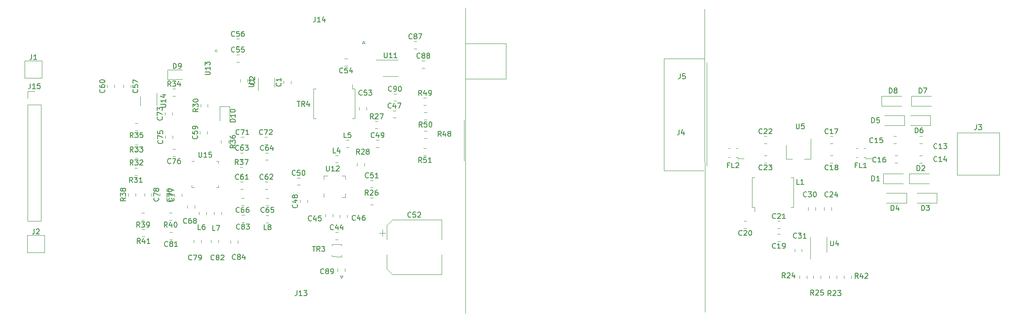
<source format=gbr>
G04 #@! TF.GenerationSoftware,KiCad,Pcbnew,5.1.5-52549c5~84~ubuntu18.04.1*
G04 #@! TF.CreationDate,2020-05-02T14:29:48+09:30*
G04 #@! TF.ProjectId,FrontEndMain,46726f6e-7445-46e6-944d-61696e2e6b69,rev?*
G04 #@! TF.SameCoordinates,Original*
G04 #@! TF.FileFunction,Legend,Top*
G04 #@! TF.FilePolarity,Positive*
%FSLAX46Y46*%
G04 Gerber Fmt 4.6, Leading zero omitted, Abs format (unit mm)*
G04 Created by KiCad (PCBNEW 5.1.5-52549c5~84~ubuntu18.04.1) date 2020-05-02 14:29:48*
%MOMM*%
%LPD*%
G04 APERTURE LIST*
%ADD10C,0.120000*%
%ADD11C,0.150000*%
G04 APERTURE END LIST*
D10*
X127800000Y-65300000D02*
X127800000Y-73300000D01*
X175330000Y-54050000D02*
X175330000Y-74370000D01*
X136000000Y-57270000D02*
X128000000Y-57270000D01*
X136000000Y-50270000D02*
X136000000Y-57270000D01*
X128000000Y-50270000D02*
X136000000Y-50270000D01*
X128000000Y-43270000D02*
X128000000Y-103270000D01*
X167000000Y-75270000D02*
X174800000Y-75270000D01*
X167000000Y-53270000D02*
X167000000Y-75270000D01*
X174900000Y-53270000D02*
X167000000Y-53270000D01*
X174900000Y-43570000D02*
X175000000Y-103070000D01*
X108020000Y-49820000D02*
X108270000Y-50320000D01*
X108270000Y-50320000D02*
X107770000Y-50320000D01*
X107770000Y-50320000D02*
X108020000Y-49820000D01*
X192404000Y-76619000D02*
X191896000Y-76619000D01*
X192404000Y-82461000D02*
X192404000Y-76619000D01*
X191896000Y-82461000D02*
X192404000Y-82461000D01*
X184784000Y-82461000D02*
X184784000Y-83350000D01*
X184276000Y-82461000D02*
X184784000Y-82461000D01*
X184276000Y-76619000D02*
X184276000Y-82461000D01*
X184784000Y-76619000D02*
X184276000Y-76619000D01*
X42100000Y-91400000D02*
X42100000Y-88000000D01*
X45500000Y-91400000D02*
X42100000Y-91400000D01*
X45500000Y-88000000D02*
X45500000Y-91400000D01*
X42100000Y-88000000D02*
X45500000Y-88000000D01*
X192120000Y-73010000D02*
X190920000Y-73010000D01*
X190920000Y-73010000D02*
X190920000Y-70310000D01*
X195720000Y-69010000D02*
X195720000Y-73010000D01*
X195720000Y-73010000D02*
X194520000Y-73010000D01*
X232750000Y-67850000D02*
X224450000Y-67850000D01*
X232750000Y-76150000D02*
X224450000Y-76150000D01*
X224450000Y-67850000D02*
X224450000Y-76150000D01*
X232750000Y-67850000D02*
X232750000Y-76150000D01*
X199810000Y-83036252D02*
X199810000Y-82513748D01*
X198390000Y-83036252D02*
X198390000Y-82513748D01*
X189248748Y-86620000D02*
X189771252Y-86620000D01*
X189248748Y-85200000D02*
X189771252Y-85200000D01*
X183176252Y-85200000D02*
X182653748Y-85200000D01*
X183176252Y-86620000D02*
X182653748Y-86620000D01*
X189771252Y-87740000D02*
X189248748Y-87740000D01*
X189771252Y-89160000D02*
X189248748Y-89160000D01*
X217611252Y-68520000D02*
X217088748Y-68520000D01*
X217611252Y-69940000D02*
X217088748Y-69940000D01*
X217088748Y-73750000D02*
X217611252Y-73750000D01*
X217088748Y-72330000D02*
X217611252Y-72330000D01*
X212008748Y-69940000D02*
X212531252Y-69940000D01*
X212008748Y-68520000D02*
X212531252Y-68520000D01*
X212776252Y-72330000D02*
X212253748Y-72330000D01*
X212776252Y-73750000D02*
X212253748Y-73750000D01*
X199553748Y-69940000D02*
X200076252Y-69940000D01*
X199553748Y-68520000D02*
X200076252Y-68520000D01*
X200076252Y-72330000D02*
X199553748Y-72330000D01*
X200076252Y-73750000D02*
X199553748Y-73750000D01*
X186608748Y-69940000D02*
X187131252Y-69940000D01*
X186608748Y-68520000D02*
X187131252Y-68520000D01*
X187131252Y-72330000D02*
X186608748Y-72330000D01*
X187131252Y-73750000D02*
X186608748Y-73750000D01*
X210020000Y-75850000D02*
X213920000Y-75850000D01*
X210020000Y-77850000D02*
X213920000Y-77850000D01*
X210020000Y-75850000D02*
X210020000Y-77850000D01*
X215100000Y-75850000D02*
X219000000Y-75850000D01*
X215100000Y-77850000D02*
X219000000Y-77850000D01*
X215100000Y-75850000D02*
X215100000Y-77850000D01*
X220490000Y-81660000D02*
X216590000Y-81660000D01*
X220490000Y-79660000D02*
X216590000Y-79660000D01*
X220490000Y-81660000D02*
X220490000Y-79660000D01*
X214520000Y-81660000D02*
X210620000Y-81660000D01*
X214520000Y-79660000D02*
X210620000Y-79660000D01*
X214520000Y-81660000D02*
X214520000Y-79660000D01*
X214140000Y-66420000D02*
X210240000Y-66420000D01*
X214140000Y-64420000D02*
X210240000Y-64420000D01*
X214140000Y-66420000D02*
X214140000Y-64420000D01*
X219220000Y-66420000D02*
X215320000Y-66420000D01*
X219220000Y-64420000D02*
X215320000Y-64420000D01*
X219220000Y-66420000D02*
X219220000Y-64420000D01*
X215480000Y-60610000D02*
X219380000Y-60610000D01*
X215480000Y-62610000D02*
X219380000Y-62610000D01*
X215480000Y-60610000D02*
X215480000Y-62610000D01*
X209640000Y-60610000D02*
X213540000Y-60610000D01*
X209640000Y-62610000D02*
X213540000Y-62610000D01*
X209640000Y-60610000D02*
X209640000Y-62610000D01*
X206475000Y-72930000D02*
X207705000Y-72930000D01*
X206475000Y-72680000D02*
X206475000Y-72930000D01*
X206475000Y-70860000D02*
X206135000Y-70860000D01*
X206475000Y-72680000D02*
X206135000Y-72680000D01*
X204995000Y-70860000D02*
X204655000Y-70860000D01*
X204995000Y-72680000D02*
X204655000Y-72680000D01*
X181430000Y-72930000D02*
X182660000Y-72930000D01*
X181430000Y-72680000D02*
X181430000Y-72930000D01*
X181430000Y-70860000D02*
X181090000Y-70860000D01*
X181430000Y-72680000D02*
X181090000Y-72680000D01*
X179950000Y-70860000D02*
X179610000Y-70860000D01*
X179950000Y-72680000D02*
X179610000Y-72680000D01*
X195290000Y-83036252D02*
X195290000Y-82513748D01*
X196710000Y-83036252D02*
X196710000Y-82513748D01*
X194010000Y-91186252D02*
X194010000Y-90663748D01*
X192590000Y-91186252D02*
X192590000Y-90663748D01*
X102538748Y-87390000D02*
X103061252Y-87390000D01*
X102538748Y-88810000D02*
X103061252Y-88810000D01*
X102010000Y-83863748D02*
X102010000Y-84386252D01*
X100590000Y-83863748D02*
X100590000Y-84386252D01*
X103390000Y-83963748D02*
X103390000Y-84486252D01*
X104810000Y-83963748D02*
X104810000Y-84486252D01*
X113838748Y-63490000D02*
X114361252Y-63490000D01*
X113838748Y-64910000D02*
X114361252Y-64910000D01*
X97010000Y-81586252D02*
X97010000Y-81063748D01*
X95590000Y-81586252D02*
X95590000Y-81063748D01*
X110538748Y-70710000D02*
X111061252Y-70710000D01*
X110538748Y-69290000D02*
X111061252Y-69290000D01*
X95038748Y-76690000D02*
X95561252Y-76690000D01*
X95038748Y-78110000D02*
X95561252Y-78110000D01*
X109413748Y-77190000D02*
X109936252Y-77190000D01*
X109413748Y-78610000D02*
X109936252Y-78610000D01*
X123360000Y-95660000D02*
X123360000Y-91810000D01*
X123360000Y-84940000D02*
X123360000Y-88790000D01*
X113704437Y-84940000D02*
X123360000Y-84940000D01*
X113704437Y-95660000D02*
X123360000Y-95660000D01*
X112640000Y-94595563D02*
X112640000Y-91810000D01*
X112640000Y-86004437D02*
X112640000Y-88790000D01*
X112640000Y-86004437D02*
X113704437Y-84940000D01*
X112640000Y-94595563D02*
X113704437Y-95660000D01*
X111150000Y-87540000D02*
X112400000Y-87540000D01*
X111775000Y-86915000D02*
X111775000Y-88165000D01*
X108610000Y-62863748D02*
X108610000Y-63386252D01*
X107190000Y-62863748D02*
X107190000Y-63386252D01*
X104886252Y-54710000D02*
X104363748Y-54710000D01*
X104886252Y-53290000D02*
X104363748Y-53290000D01*
X83138748Y-52490000D02*
X83661252Y-52490000D01*
X83138748Y-53910000D02*
X83661252Y-53910000D01*
X83138748Y-50810000D02*
X83661252Y-50810000D01*
X83138748Y-49390000D02*
X83661252Y-49390000D01*
X77410000Y-68061252D02*
X77410000Y-67538748D01*
X75990000Y-68061252D02*
X75990000Y-67538748D01*
X83938748Y-78910000D02*
X84461252Y-78910000D01*
X83938748Y-77490000D02*
X84461252Y-77490000D01*
X88738748Y-77490000D02*
X89261252Y-77490000D01*
X88738748Y-78910000D02*
X89261252Y-78910000D01*
X83938748Y-73210000D02*
X84461252Y-73210000D01*
X83938748Y-71790000D02*
X84461252Y-71790000D01*
X88838748Y-71790000D02*
X89361252Y-71790000D01*
X88838748Y-73210000D02*
X89361252Y-73210000D01*
X89461252Y-82110000D02*
X88938748Y-82110000D01*
X89461252Y-80690000D02*
X88938748Y-80690000D01*
X84586252Y-80690000D02*
X84063748Y-80690000D01*
X84586252Y-82110000D02*
X84063748Y-82110000D01*
X73490000Y-82686252D02*
X73490000Y-82163748D01*
X74910000Y-82686252D02*
X74910000Y-82163748D01*
X70990000Y-80361252D02*
X70990000Y-79838748D01*
X72410000Y-80361252D02*
X72410000Y-79838748D01*
X84038748Y-70110000D02*
X84561252Y-70110000D01*
X84038748Y-68690000D02*
X84561252Y-68690000D01*
X88638748Y-68690000D02*
X89161252Y-68690000D01*
X88638748Y-70110000D02*
X89161252Y-70110000D01*
X70510000Y-64361252D02*
X70510000Y-63838748D01*
X69090000Y-64361252D02*
X69090000Y-63838748D01*
X70610000Y-68961252D02*
X70610000Y-68438748D01*
X69190000Y-68961252D02*
X69190000Y-68438748D01*
X71161252Y-72510000D02*
X70638748Y-72510000D01*
X71161252Y-71090000D02*
X70638748Y-71090000D01*
X68090000Y-79763748D02*
X68090000Y-80286252D01*
X69510000Y-79763748D02*
X69510000Y-80286252D01*
X65090000Y-79738748D02*
X65090000Y-80261252D01*
X66510000Y-79738748D02*
X66510000Y-80261252D01*
X76210000Y-88938748D02*
X76210000Y-89461252D01*
X74790000Y-88938748D02*
X74790000Y-89461252D01*
X70561252Y-87390000D02*
X70038748Y-87390000D01*
X70561252Y-88810000D02*
X70038748Y-88810000D01*
X78190000Y-88938748D02*
X78190000Y-89461252D01*
X79610000Y-88938748D02*
X79610000Y-89461252D01*
X84661252Y-83990000D02*
X84138748Y-83990000D01*
X84661252Y-85410000D02*
X84138748Y-85410000D01*
X83410000Y-89038748D02*
X83410000Y-89561252D01*
X81990000Y-89038748D02*
X81990000Y-89561252D01*
X117938748Y-49890000D02*
X118461252Y-49890000D01*
X117938748Y-51310000D02*
X118461252Y-51310000D01*
X119513748Y-55110000D02*
X120036252Y-55110000D01*
X119513748Y-53690000D02*
X120036252Y-53690000D01*
X102990000Y-94538748D02*
X102990000Y-95061252D01*
X104410000Y-94538748D02*
X104410000Y-95061252D01*
X113938748Y-60190000D02*
X114461252Y-60190000D01*
X113938748Y-61610000D02*
X114461252Y-61610000D01*
X79840000Y-62640000D02*
X79840000Y-65500000D01*
X81760000Y-62640000D02*
X79840000Y-62640000D01*
X81760000Y-65500000D02*
X81760000Y-62640000D01*
X103700000Y-96480000D02*
X103450000Y-95980000D01*
X103450000Y-95980000D02*
X103950000Y-95980000D01*
X103950000Y-95980000D02*
X103700000Y-96480000D01*
X102513748Y-73710000D02*
X103036252Y-73710000D01*
X102513748Y-72290000D02*
X103036252Y-72290000D01*
X104638748Y-70710000D02*
X105161252Y-70710000D01*
X104638748Y-69290000D02*
X105161252Y-69290000D01*
X75790000Y-83438748D02*
X75790000Y-83961252D01*
X77210000Y-83438748D02*
X77210000Y-83961252D01*
X78790000Y-83961252D02*
X78790000Y-83438748D01*
X80210000Y-83961252D02*
X80210000Y-83438748D01*
X89461252Y-85510000D02*
X88938748Y-85510000D01*
X89461252Y-84090000D02*
X88938748Y-84090000D01*
X199390000Y-96486252D02*
X199390000Y-95963748D01*
X200810000Y-96486252D02*
X200810000Y-95963748D01*
X195010000Y-95938748D02*
X195010000Y-96461252D01*
X193590000Y-95938748D02*
X193590000Y-96461252D01*
X197710000Y-96486252D02*
X197710000Y-95963748D01*
X196290000Y-96486252D02*
X196290000Y-95963748D01*
X109363748Y-82010000D02*
X109886252Y-82010000D01*
X109363748Y-80590000D02*
X109886252Y-80590000D01*
X110338748Y-65590000D02*
X110861252Y-65590000D01*
X110338748Y-67010000D02*
X110861252Y-67010000D01*
X108210000Y-74386252D02*
X108210000Y-73863748D01*
X106790000Y-74386252D02*
X106790000Y-73863748D01*
X76090000Y-62736252D02*
X76090000Y-62213748D01*
X77510000Y-62736252D02*
X77510000Y-62213748D01*
X63661252Y-76210000D02*
X63138748Y-76210000D01*
X63661252Y-74790000D02*
X63138748Y-74790000D01*
X63761252Y-71390000D02*
X63238748Y-71390000D01*
X63761252Y-72810000D02*
X63238748Y-72810000D01*
X63761252Y-68790000D02*
X63238748Y-68790000D01*
X63761252Y-70210000D02*
X63238748Y-70210000D01*
X63761252Y-65990000D02*
X63238748Y-65990000D01*
X63761252Y-67410000D02*
X63238748Y-67410000D01*
X80090000Y-69338748D02*
X80090000Y-69861252D01*
X81510000Y-69338748D02*
X81510000Y-69861252D01*
X83838748Y-74590000D02*
X84361252Y-74590000D01*
X83838748Y-76010000D02*
X84361252Y-76010000D01*
X61890000Y-80261252D02*
X61890000Y-79738748D01*
X63310000Y-80261252D02*
X63310000Y-79738748D01*
X65061252Y-85010000D02*
X64538748Y-85010000D01*
X65061252Y-83590000D02*
X64538748Y-83590000D01*
X70461252Y-83590000D02*
X69938748Y-83590000D01*
X70461252Y-85010000D02*
X69938748Y-85010000D01*
X65161252Y-86790000D02*
X64638748Y-86790000D01*
X65161252Y-88210000D02*
X64638748Y-88210000D01*
X203710000Y-95963748D02*
X203710000Y-96486252D01*
X202290000Y-95963748D02*
X202290000Y-96486252D01*
X119938748Y-68910000D02*
X120461252Y-68910000D01*
X119938748Y-67490000D02*
X120461252Y-67490000D01*
X119838748Y-62410000D02*
X120361252Y-62410000D01*
X119838748Y-60990000D02*
X120361252Y-60990000D01*
X120461252Y-63890000D02*
X119938748Y-63890000D01*
X120461252Y-65310000D02*
X119938748Y-65310000D01*
X120361252Y-72310000D02*
X119838748Y-72310000D01*
X120361252Y-70890000D02*
X119838748Y-70890000D01*
X101850000Y-91850000D02*
X101850000Y-92150000D01*
X101850000Y-92150000D02*
X103700000Y-92200000D01*
X103700000Y-92200000D02*
X103700000Y-91900000D01*
X103700000Y-91900000D02*
X103700000Y-91850000D01*
X103700000Y-90050000D02*
X103700000Y-89750000D01*
X103700000Y-89750000D02*
X101900000Y-89750000D01*
X101900000Y-89750000D02*
X101900000Y-90050000D01*
X105856000Y-65061000D02*
X106364000Y-65061000D01*
X106364000Y-65061000D02*
X106364000Y-59219000D01*
X106364000Y-59219000D02*
X105856000Y-59219000D01*
X105856000Y-59219000D02*
X105856000Y-58330000D01*
X98744000Y-59219000D02*
X98236000Y-59219000D01*
X98236000Y-59219000D02*
X98236000Y-65061000D01*
X98236000Y-65061000D02*
X98744000Y-65061000D01*
X195690000Y-89800000D02*
X195690000Y-92675000D01*
X195690000Y-89800000D02*
X195690000Y-88300000D01*
X198910000Y-89800000D02*
X198910000Y-91300000D01*
X198910000Y-89800000D02*
X198910000Y-88300000D01*
X113350000Y-56735000D02*
X114850000Y-56735000D01*
X113350000Y-56735000D02*
X111850000Y-56735000D01*
X113350000Y-53515000D02*
X114850000Y-53515000D01*
X113350000Y-53515000D02*
X110475000Y-53515000D01*
X79350000Y-51750000D02*
G75*
G03X79350000Y-51750000I-200000J0D01*
G01*
X64290000Y-60700000D02*
X64290000Y-62500000D01*
X67510000Y-62500000D02*
X67510000Y-60050000D01*
X100290000Y-77015000D02*
X100290000Y-76290000D01*
X100290000Y-76290000D02*
X101015000Y-76290000D01*
X104510000Y-79785000D02*
X104510000Y-80510000D01*
X104510000Y-80510000D02*
X103785000Y-80510000D01*
X104510000Y-77015000D02*
X104510000Y-76290000D01*
X104510000Y-76290000D02*
X103785000Y-76290000D01*
X100290000Y-79785000D02*
X100290000Y-80510000D01*
X42170000Y-85230000D02*
X44830000Y-85230000D01*
X42170000Y-62310000D02*
X42170000Y-85230000D01*
X44830000Y-62310000D02*
X44830000Y-85230000D01*
X42170000Y-62310000D02*
X44830000Y-62310000D01*
X42170000Y-61040000D02*
X42170000Y-59710000D01*
X42170000Y-59710000D02*
X43500000Y-59710000D01*
X79135000Y-73390000D02*
X79610000Y-73390000D01*
X79610000Y-73390000D02*
X79610000Y-73865000D01*
X74865000Y-78610000D02*
X74390000Y-78610000D01*
X74390000Y-78610000D02*
X74390000Y-78135000D01*
X79135000Y-78610000D02*
X79610000Y-78610000D01*
X79610000Y-78610000D02*
X79610000Y-78135000D01*
X74865000Y-73390000D02*
X74390000Y-73390000D01*
X93810000Y-58161252D02*
X93810000Y-57638748D01*
X92390000Y-58161252D02*
X92390000Y-57638748D01*
X85310000Y-57338748D02*
X85310000Y-57861252D01*
X83890000Y-57338748D02*
X83890000Y-57861252D01*
X90610000Y-58900000D02*
X90610000Y-57100000D01*
X87390000Y-57100000D02*
X87390000Y-59550000D01*
X41600000Y-53700000D02*
X45000000Y-53700000D01*
X45000000Y-53700000D02*
X45000000Y-57100000D01*
X45000000Y-57100000D02*
X41600000Y-57100000D01*
X41600000Y-57100000D02*
X41600000Y-53700000D01*
X62410000Y-58438748D02*
X62410000Y-58961252D01*
X60990000Y-58438748D02*
X60990000Y-58961252D01*
X59210000Y-58961252D02*
X59210000Y-58438748D01*
X57790000Y-58961252D02*
X57790000Y-58438748D01*
X72500000Y-55440000D02*
X69640000Y-55440000D01*
X69640000Y-55440000D02*
X69640000Y-57360000D01*
X69640000Y-57360000D02*
X72500000Y-57360000D01*
X70638748Y-59190000D02*
X71161252Y-59190000D01*
X70638748Y-60610000D02*
X71161252Y-60610000D01*
D11*
X98590476Y-45052380D02*
X98590476Y-45766666D01*
X98542857Y-45909523D01*
X98447619Y-46004761D01*
X98304761Y-46052380D01*
X98209523Y-46052380D01*
X99590476Y-46052380D02*
X99019047Y-46052380D01*
X99304761Y-46052380D02*
X99304761Y-45052380D01*
X99209523Y-45195238D01*
X99114285Y-45290476D01*
X99019047Y-45338095D01*
X100447619Y-45385714D02*
X100447619Y-46052380D01*
X100209523Y-45004761D02*
X99971428Y-45719047D01*
X100590476Y-45719047D01*
X193533333Y-77952380D02*
X193057142Y-77952380D01*
X193057142Y-76952380D01*
X194390476Y-77952380D02*
X193819047Y-77952380D01*
X194104761Y-77952380D02*
X194104761Y-76952380D01*
X194009523Y-77095238D01*
X193914285Y-77190476D01*
X193819047Y-77238095D01*
X43466666Y-86754380D02*
X43466666Y-87468666D01*
X43419047Y-87611523D01*
X43323809Y-87706761D01*
X43180952Y-87754380D01*
X43085714Y-87754380D01*
X43895238Y-86849619D02*
X43942857Y-86802000D01*
X44038095Y-86754380D01*
X44276190Y-86754380D01*
X44371428Y-86802000D01*
X44419047Y-86849619D01*
X44466666Y-86944857D01*
X44466666Y-87040095D01*
X44419047Y-87182952D01*
X43847619Y-87754380D01*
X44466666Y-87754380D01*
X192938095Y-66052380D02*
X192938095Y-66861904D01*
X192985714Y-66957142D01*
X193033333Y-67004761D01*
X193128571Y-67052380D01*
X193319047Y-67052380D01*
X193414285Y-67004761D01*
X193461904Y-66957142D01*
X193509523Y-66861904D01*
X193509523Y-66052380D01*
X194461904Y-66052380D02*
X193985714Y-66052380D01*
X193938095Y-66528571D01*
X193985714Y-66480952D01*
X194080952Y-66433333D01*
X194319047Y-66433333D01*
X194414285Y-66480952D01*
X194461904Y-66528571D01*
X194509523Y-66623809D01*
X194509523Y-66861904D01*
X194461904Y-66957142D01*
X194414285Y-67004761D01*
X194319047Y-67052380D01*
X194080952Y-67052380D01*
X193985714Y-67004761D01*
X193938095Y-66957142D01*
X228266666Y-66252380D02*
X228266666Y-66966666D01*
X228219047Y-67109523D01*
X228123809Y-67204761D01*
X227980952Y-67252380D01*
X227885714Y-67252380D01*
X228647619Y-66252380D02*
X229266666Y-66252380D01*
X228933333Y-66633333D01*
X229076190Y-66633333D01*
X229171428Y-66680952D01*
X229219047Y-66728571D01*
X229266666Y-66823809D01*
X229266666Y-67061904D01*
X229219047Y-67157142D01*
X229171428Y-67204761D01*
X229076190Y-67252380D01*
X228790476Y-67252380D01*
X228695238Y-67204761D01*
X228647619Y-67157142D01*
X199157142Y-80357142D02*
X199109523Y-80404761D01*
X198966666Y-80452380D01*
X198871428Y-80452380D01*
X198728571Y-80404761D01*
X198633333Y-80309523D01*
X198585714Y-80214285D01*
X198538095Y-80023809D01*
X198538095Y-79880952D01*
X198585714Y-79690476D01*
X198633333Y-79595238D01*
X198728571Y-79500000D01*
X198871428Y-79452380D01*
X198966666Y-79452380D01*
X199109523Y-79500000D01*
X199157142Y-79547619D01*
X199538095Y-79547619D02*
X199585714Y-79500000D01*
X199680952Y-79452380D01*
X199919047Y-79452380D01*
X200014285Y-79500000D01*
X200061904Y-79547619D01*
X200109523Y-79642857D01*
X200109523Y-79738095D01*
X200061904Y-79880952D01*
X199490476Y-80452380D01*
X200109523Y-80452380D01*
X200966666Y-79785714D02*
X200966666Y-80452380D01*
X200728571Y-79404761D02*
X200490476Y-80119047D01*
X201109523Y-80119047D01*
X188867142Y-84617142D02*
X188819523Y-84664761D01*
X188676666Y-84712380D01*
X188581428Y-84712380D01*
X188438571Y-84664761D01*
X188343333Y-84569523D01*
X188295714Y-84474285D01*
X188248095Y-84283809D01*
X188248095Y-84140952D01*
X188295714Y-83950476D01*
X188343333Y-83855238D01*
X188438571Y-83760000D01*
X188581428Y-83712380D01*
X188676666Y-83712380D01*
X188819523Y-83760000D01*
X188867142Y-83807619D01*
X189248095Y-83807619D02*
X189295714Y-83760000D01*
X189390952Y-83712380D01*
X189629047Y-83712380D01*
X189724285Y-83760000D01*
X189771904Y-83807619D01*
X189819523Y-83902857D01*
X189819523Y-83998095D01*
X189771904Y-84140952D01*
X189200476Y-84712380D01*
X189819523Y-84712380D01*
X190771904Y-84712380D02*
X190200476Y-84712380D01*
X190486190Y-84712380D02*
X190486190Y-83712380D01*
X190390952Y-83855238D01*
X190295714Y-83950476D01*
X190200476Y-83998095D01*
X182272142Y-87917142D02*
X182224523Y-87964761D01*
X182081666Y-88012380D01*
X181986428Y-88012380D01*
X181843571Y-87964761D01*
X181748333Y-87869523D01*
X181700714Y-87774285D01*
X181653095Y-87583809D01*
X181653095Y-87440952D01*
X181700714Y-87250476D01*
X181748333Y-87155238D01*
X181843571Y-87060000D01*
X181986428Y-87012380D01*
X182081666Y-87012380D01*
X182224523Y-87060000D01*
X182272142Y-87107619D01*
X182653095Y-87107619D02*
X182700714Y-87060000D01*
X182795952Y-87012380D01*
X183034047Y-87012380D01*
X183129285Y-87060000D01*
X183176904Y-87107619D01*
X183224523Y-87202857D01*
X183224523Y-87298095D01*
X183176904Y-87440952D01*
X182605476Y-88012380D01*
X183224523Y-88012380D01*
X183843571Y-87012380D02*
X183938809Y-87012380D01*
X184034047Y-87060000D01*
X184081666Y-87107619D01*
X184129285Y-87202857D01*
X184176904Y-87393333D01*
X184176904Y-87631428D01*
X184129285Y-87821904D01*
X184081666Y-87917142D01*
X184034047Y-87964761D01*
X183938809Y-88012380D01*
X183843571Y-88012380D01*
X183748333Y-87964761D01*
X183700714Y-87917142D01*
X183653095Y-87821904D01*
X183605476Y-87631428D01*
X183605476Y-87393333D01*
X183653095Y-87202857D01*
X183700714Y-87107619D01*
X183748333Y-87060000D01*
X183843571Y-87012380D01*
X188867142Y-90457142D02*
X188819523Y-90504761D01*
X188676666Y-90552380D01*
X188581428Y-90552380D01*
X188438571Y-90504761D01*
X188343333Y-90409523D01*
X188295714Y-90314285D01*
X188248095Y-90123809D01*
X188248095Y-89980952D01*
X188295714Y-89790476D01*
X188343333Y-89695238D01*
X188438571Y-89600000D01*
X188581428Y-89552380D01*
X188676666Y-89552380D01*
X188819523Y-89600000D01*
X188867142Y-89647619D01*
X189819523Y-90552380D02*
X189248095Y-90552380D01*
X189533809Y-90552380D02*
X189533809Y-89552380D01*
X189438571Y-89695238D01*
X189343333Y-89790476D01*
X189248095Y-89838095D01*
X190295714Y-90552380D02*
X190486190Y-90552380D01*
X190581428Y-90504761D01*
X190629047Y-90457142D01*
X190724285Y-90314285D01*
X190771904Y-90123809D01*
X190771904Y-89742857D01*
X190724285Y-89647619D01*
X190676666Y-89600000D01*
X190581428Y-89552380D01*
X190390952Y-89552380D01*
X190295714Y-89600000D01*
X190248095Y-89647619D01*
X190200476Y-89742857D01*
X190200476Y-89980952D01*
X190248095Y-90076190D01*
X190295714Y-90123809D01*
X190390952Y-90171428D01*
X190581428Y-90171428D01*
X190676666Y-90123809D01*
X190724285Y-90076190D01*
X190771904Y-89980952D01*
X220517142Y-70857142D02*
X220469523Y-70904761D01*
X220326666Y-70952380D01*
X220231428Y-70952380D01*
X220088571Y-70904761D01*
X219993333Y-70809523D01*
X219945714Y-70714285D01*
X219898095Y-70523809D01*
X219898095Y-70380952D01*
X219945714Y-70190476D01*
X219993333Y-70095238D01*
X220088571Y-70000000D01*
X220231428Y-69952380D01*
X220326666Y-69952380D01*
X220469523Y-70000000D01*
X220517142Y-70047619D01*
X221469523Y-70952380D02*
X220898095Y-70952380D01*
X221183809Y-70952380D02*
X221183809Y-69952380D01*
X221088571Y-70095238D01*
X220993333Y-70190476D01*
X220898095Y-70238095D01*
X221802857Y-69952380D02*
X222421904Y-69952380D01*
X222088571Y-70333333D01*
X222231428Y-70333333D01*
X222326666Y-70380952D01*
X222374285Y-70428571D01*
X222421904Y-70523809D01*
X222421904Y-70761904D01*
X222374285Y-70857142D01*
X222326666Y-70904761D01*
X222231428Y-70952380D01*
X221945714Y-70952380D01*
X221850476Y-70904761D01*
X221802857Y-70857142D01*
X220517142Y-73397142D02*
X220469523Y-73444761D01*
X220326666Y-73492380D01*
X220231428Y-73492380D01*
X220088571Y-73444761D01*
X219993333Y-73349523D01*
X219945714Y-73254285D01*
X219898095Y-73063809D01*
X219898095Y-72920952D01*
X219945714Y-72730476D01*
X219993333Y-72635238D01*
X220088571Y-72540000D01*
X220231428Y-72492380D01*
X220326666Y-72492380D01*
X220469523Y-72540000D01*
X220517142Y-72587619D01*
X221469523Y-73492380D02*
X220898095Y-73492380D01*
X221183809Y-73492380D02*
X221183809Y-72492380D01*
X221088571Y-72635238D01*
X220993333Y-72730476D01*
X220898095Y-72778095D01*
X222326666Y-72825714D02*
X222326666Y-73492380D01*
X222088571Y-72444761D02*
X221850476Y-73159047D01*
X222469523Y-73159047D01*
X207957142Y-69727142D02*
X207909523Y-69774761D01*
X207766666Y-69822380D01*
X207671428Y-69822380D01*
X207528571Y-69774761D01*
X207433333Y-69679523D01*
X207385714Y-69584285D01*
X207338095Y-69393809D01*
X207338095Y-69250952D01*
X207385714Y-69060476D01*
X207433333Y-68965238D01*
X207528571Y-68870000D01*
X207671428Y-68822380D01*
X207766666Y-68822380D01*
X207909523Y-68870000D01*
X207957142Y-68917619D01*
X208909523Y-69822380D02*
X208338095Y-69822380D01*
X208623809Y-69822380D02*
X208623809Y-68822380D01*
X208528571Y-68965238D01*
X208433333Y-69060476D01*
X208338095Y-69108095D01*
X209814285Y-68822380D02*
X209338095Y-68822380D01*
X209290476Y-69298571D01*
X209338095Y-69250952D01*
X209433333Y-69203333D01*
X209671428Y-69203333D01*
X209766666Y-69250952D01*
X209814285Y-69298571D01*
X209861904Y-69393809D01*
X209861904Y-69631904D01*
X209814285Y-69727142D01*
X209766666Y-69774761D01*
X209671428Y-69822380D01*
X209433333Y-69822380D01*
X209338095Y-69774761D01*
X209290476Y-69727142D01*
X208557142Y-73527142D02*
X208509523Y-73574761D01*
X208366666Y-73622380D01*
X208271428Y-73622380D01*
X208128571Y-73574761D01*
X208033333Y-73479523D01*
X207985714Y-73384285D01*
X207938095Y-73193809D01*
X207938095Y-73050952D01*
X207985714Y-72860476D01*
X208033333Y-72765238D01*
X208128571Y-72670000D01*
X208271428Y-72622380D01*
X208366666Y-72622380D01*
X208509523Y-72670000D01*
X208557142Y-72717619D01*
X209509523Y-73622380D02*
X208938095Y-73622380D01*
X209223809Y-73622380D02*
X209223809Y-72622380D01*
X209128571Y-72765238D01*
X209033333Y-72860476D01*
X208938095Y-72908095D01*
X210366666Y-72622380D02*
X210176190Y-72622380D01*
X210080952Y-72670000D01*
X210033333Y-72717619D01*
X209938095Y-72860476D01*
X209890476Y-73050952D01*
X209890476Y-73431904D01*
X209938095Y-73527142D01*
X209985714Y-73574761D01*
X210080952Y-73622380D01*
X210271428Y-73622380D01*
X210366666Y-73574761D01*
X210414285Y-73527142D01*
X210461904Y-73431904D01*
X210461904Y-73193809D01*
X210414285Y-73098571D01*
X210366666Y-73050952D01*
X210271428Y-73003333D01*
X210080952Y-73003333D01*
X209985714Y-73050952D01*
X209938095Y-73098571D01*
X209890476Y-73193809D01*
X199172142Y-67937142D02*
X199124523Y-67984761D01*
X198981666Y-68032380D01*
X198886428Y-68032380D01*
X198743571Y-67984761D01*
X198648333Y-67889523D01*
X198600714Y-67794285D01*
X198553095Y-67603809D01*
X198553095Y-67460952D01*
X198600714Y-67270476D01*
X198648333Y-67175238D01*
X198743571Y-67080000D01*
X198886428Y-67032380D01*
X198981666Y-67032380D01*
X199124523Y-67080000D01*
X199172142Y-67127619D01*
X200124523Y-68032380D02*
X199553095Y-68032380D01*
X199838809Y-68032380D02*
X199838809Y-67032380D01*
X199743571Y-67175238D01*
X199648333Y-67270476D01*
X199553095Y-67318095D01*
X200457857Y-67032380D02*
X201124523Y-67032380D01*
X200695952Y-68032380D01*
X199172142Y-75047142D02*
X199124523Y-75094761D01*
X198981666Y-75142380D01*
X198886428Y-75142380D01*
X198743571Y-75094761D01*
X198648333Y-74999523D01*
X198600714Y-74904285D01*
X198553095Y-74713809D01*
X198553095Y-74570952D01*
X198600714Y-74380476D01*
X198648333Y-74285238D01*
X198743571Y-74190000D01*
X198886428Y-74142380D01*
X198981666Y-74142380D01*
X199124523Y-74190000D01*
X199172142Y-74237619D01*
X200124523Y-75142380D02*
X199553095Y-75142380D01*
X199838809Y-75142380D02*
X199838809Y-74142380D01*
X199743571Y-74285238D01*
X199648333Y-74380476D01*
X199553095Y-74428095D01*
X200695952Y-74570952D02*
X200600714Y-74523333D01*
X200553095Y-74475714D01*
X200505476Y-74380476D01*
X200505476Y-74332857D01*
X200553095Y-74237619D01*
X200600714Y-74190000D01*
X200695952Y-74142380D01*
X200886428Y-74142380D01*
X200981666Y-74190000D01*
X201029285Y-74237619D01*
X201076904Y-74332857D01*
X201076904Y-74380476D01*
X201029285Y-74475714D01*
X200981666Y-74523333D01*
X200886428Y-74570952D01*
X200695952Y-74570952D01*
X200600714Y-74618571D01*
X200553095Y-74666190D01*
X200505476Y-74761428D01*
X200505476Y-74951904D01*
X200553095Y-75047142D01*
X200600714Y-75094761D01*
X200695952Y-75142380D01*
X200886428Y-75142380D01*
X200981666Y-75094761D01*
X201029285Y-75047142D01*
X201076904Y-74951904D01*
X201076904Y-74761428D01*
X201029285Y-74666190D01*
X200981666Y-74618571D01*
X200886428Y-74570952D01*
X186227142Y-67937142D02*
X186179523Y-67984761D01*
X186036666Y-68032380D01*
X185941428Y-68032380D01*
X185798571Y-67984761D01*
X185703333Y-67889523D01*
X185655714Y-67794285D01*
X185608095Y-67603809D01*
X185608095Y-67460952D01*
X185655714Y-67270476D01*
X185703333Y-67175238D01*
X185798571Y-67080000D01*
X185941428Y-67032380D01*
X186036666Y-67032380D01*
X186179523Y-67080000D01*
X186227142Y-67127619D01*
X186608095Y-67127619D02*
X186655714Y-67080000D01*
X186750952Y-67032380D01*
X186989047Y-67032380D01*
X187084285Y-67080000D01*
X187131904Y-67127619D01*
X187179523Y-67222857D01*
X187179523Y-67318095D01*
X187131904Y-67460952D01*
X186560476Y-68032380D01*
X187179523Y-68032380D01*
X187560476Y-67127619D02*
X187608095Y-67080000D01*
X187703333Y-67032380D01*
X187941428Y-67032380D01*
X188036666Y-67080000D01*
X188084285Y-67127619D01*
X188131904Y-67222857D01*
X188131904Y-67318095D01*
X188084285Y-67460952D01*
X187512857Y-68032380D01*
X188131904Y-68032380D01*
X186227142Y-75047142D02*
X186179523Y-75094761D01*
X186036666Y-75142380D01*
X185941428Y-75142380D01*
X185798571Y-75094761D01*
X185703333Y-74999523D01*
X185655714Y-74904285D01*
X185608095Y-74713809D01*
X185608095Y-74570952D01*
X185655714Y-74380476D01*
X185703333Y-74285238D01*
X185798571Y-74190000D01*
X185941428Y-74142380D01*
X186036666Y-74142380D01*
X186179523Y-74190000D01*
X186227142Y-74237619D01*
X186608095Y-74237619D02*
X186655714Y-74190000D01*
X186750952Y-74142380D01*
X186989047Y-74142380D01*
X187084285Y-74190000D01*
X187131904Y-74237619D01*
X187179523Y-74332857D01*
X187179523Y-74428095D01*
X187131904Y-74570952D01*
X186560476Y-75142380D01*
X187179523Y-75142380D01*
X187512857Y-74142380D02*
X188131904Y-74142380D01*
X187798571Y-74523333D01*
X187941428Y-74523333D01*
X188036666Y-74570952D01*
X188084285Y-74618571D01*
X188131904Y-74713809D01*
X188131904Y-74951904D01*
X188084285Y-75047142D01*
X188036666Y-75094761D01*
X187941428Y-75142380D01*
X187655714Y-75142380D01*
X187560476Y-75094761D01*
X187512857Y-75047142D01*
X207721904Y-77302380D02*
X207721904Y-76302380D01*
X207960000Y-76302380D01*
X208102857Y-76350000D01*
X208198095Y-76445238D01*
X208245714Y-76540476D01*
X208293333Y-76730952D01*
X208293333Y-76873809D01*
X208245714Y-77064285D01*
X208198095Y-77159523D01*
X208102857Y-77254761D01*
X207960000Y-77302380D01*
X207721904Y-77302380D01*
X209245714Y-77302380D02*
X208674285Y-77302380D01*
X208960000Y-77302380D02*
X208960000Y-76302380D01*
X208864761Y-76445238D01*
X208769523Y-76540476D01*
X208674285Y-76588095D01*
X216611904Y-75302380D02*
X216611904Y-74302380D01*
X216850000Y-74302380D01*
X216992857Y-74350000D01*
X217088095Y-74445238D01*
X217135714Y-74540476D01*
X217183333Y-74730952D01*
X217183333Y-74873809D01*
X217135714Y-75064285D01*
X217088095Y-75159523D01*
X216992857Y-75254761D01*
X216850000Y-75302380D01*
X216611904Y-75302380D01*
X217564285Y-74397619D02*
X217611904Y-74350000D01*
X217707142Y-74302380D01*
X217945238Y-74302380D01*
X218040476Y-74350000D01*
X218088095Y-74397619D01*
X218135714Y-74492857D01*
X218135714Y-74588095D01*
X218088095Y-74730952D01*
X217516666Y-75302380D01*
X218135714Y-75302380D01*
X217501904Y-83112380D02*
X217501904Y-82112380D01*
X217740000Y-82112380D01*
X217882857Y-82160000D01*
X217978095Y-82255238D01*
X218025714Y-82350476D01*
X218073333Y-82540952D01*
X218073333Y-82683809D01*
X218025714Y-82874285D01*
X217978095Y-82969523D01*
X217882857Y-83064761D01*
X217740000Y-83112380D01*
X217501904Y-83112380D01*
X218406666Y-82112380D02*
X219025714Y-82112380D01*
X218692380Y-82493333D01*
X218835238Y-82493333D01*
X218930476Y-82540952D01*
X218978095Y-82588571D01*
X219025714Y-82683809D01*
X219025714Y-82921904D01*
X218978095Y-83017142D01*
X218930476Y-83064761D01*
X218835238Y-83112380D01*
X218549523Y-83112380D01*
X218454285Y-83064761D01*
X218406666Y-83017142D01*
X211531904Y-83112380D02*
X211531904Y-82112380D01*
X211770000Y-82112380D01*
X211912857Y-82160000D01*
X212008095Y-82255238D01*
X212055714Y-82350476D01*
X212103333Y-82540952D01*
X212103333Y-82683809D01*
X212055714Y-82874285D01*
X212008095Y-82969523D01*
X211912857Y-83064761D01*
X211770000Y-83112380D01*
X211531904Y-83112380D01*
X212960476Y-82445714D02*
X212960476Y-83112380D01*
X212722380Y-82064761D02*
X212484285Y-82779047D01*
X213103333Y-82779047D01*
X207721904Y-65872380D02*
X207721904Y-64872380D01*
X207960000Y-64872380D01*
X208102857Y-64920000D01*
X208198095Y-65015238D01*
X208245714Y-65110476D01*
X208293333Y-65300952D01*
X208293333Y-65443809D01*
X208245714Y-65634285D01*
X208198095Y-65729523D01*
X208102857Y-65824761D01*
X207960000Y-65872380D01*
X207721904Y-65872380D01*
X209198095Y-64872380D02*
X208721904Y-64872380D01*
X208674285Y-65348571D01*
X208721904Y-65300952D01*
X208817142Y-65253333D01*
X209055238Y-65253333D01*
X209150476Y-65300952D01*
X209198095Y-65348571D01*
X209245714Y-65443809D01*
X209245714Y-65681904D01*
X209198095Y-65777142D01*
X209150476Y-65824761D01*
X209055238Y-65872380D01*
X208817142Y-65872380D01*
X208721904Y-65824761D01*
X208674285Y-65777142D01*
X216231904Y-67872380D02*
X216231904Y-66872380D01*
X216470000Y-66872380D01*
X216612857Y-66920000D01*
X216708095Y-67015238D01*
X216755714Y-67110476D01*
X216803333Y-67300952D01*
X216803333Y-67443809D01*
X216755714Y-67634285D01*
X216708095Y-67729523D01*
X216612857Y-67824761D01*
X216470000Y-67872380D01*
X216231904Y-67872380D01*
X217660476Y-66872380D02*
X217470000Y-66872380D01*
X217374761Y-66920000D01*
X217327142Y-66967619D01*
X217231904Y-67110476D01*
X217184285Y-67300952D01*
X217184285Y-67681904D01*
X217231904Y-67777142D01*
X217279523Y-67824761D01*
X217374761Y-67872380D01*
X217565238Y-67872380D01*
X217660476Y-67824761D01*
X217708095Y-67777142D01*
X217755714Y-67681904D01*
X217755714Y-67443809D01*
X217708095Y-67348571D01*
X217660476Y-67300952D01*
X217565238Y-67253333D01*
X217374761Y-67253333D01*
X217279523Y-67300952D01*
X217231904Y-67348571D01*
X217184285Y-67443809D01*
X216991904Y-60062380D02*
X216991904Y-59062380D01*
X217230000Y-59062380D01*
X217372857Y-59110000D01*
X217468095Y-59205238D01*
X217515714Y-59300476D01*
X217563333Y-59490952D01*
X217563333Y-59633809D01*
X217515714Y-59824285D01*
X217468095Y-59919523D01*
X217372857Y-60014761D01*
X217230000Y-60062380D01*
X216991904Y-60062380D01*
X217896666Y-59062380D02*
X218563333Y-59062380D01*
X218134761Y-60062380D01*
X211151904Y-60062380D02*
X211151904Y-59062380D01*
X211390000Y-59062380D01*
X211532857Y-59110000D01*
X211628095Y-59205238D01*
X211675714Y-59300476D01*
X211723333Y-59490952D01*
X211723333Y-59633809D01*
X211675714Y-59824285D01*
X211628095Y-59919523D01*
X211532857Y-60014761D01*
X211390000Y-60062380D01*
X211151904Y-60062380D01*
X212294761Y-59490952D02*
X212199523Y-59443333D01*
X212151904Y-59395714D01*
X212104285Y-59300476D01*
X212104285Y-59252857D01*
X212151904Y-59157619D01*
X212199523Y-59110000D01*
X212294761Y-59062380D01*
X212485238Y-59062380D01*
X212580476Y-59110000D01*
X212628095Y-59157619D01*
X212675714Y-59252857D01*
X212675714Y-59300476D01*
X212628095Y-59395714D01*
X212580476Y-59443333D01*
X212485238Y-59490952D01*
X212294761Y-59490952D01*
X212199523Y-59538571D01*
X212151904Y-59586190D01*
X212104285Y-59681428D01*
X212104285Y-59871904D01*
X212151904Y-59967142D01*
X212199523Y-60014761D01*
X212294761Y-60062380D01*
X212485238Y-60062380D01*
X212580476Y-60014761D01*
X212628095Y-59967142D01*
X212675714Y-59871904D01*
X212675714Y-59681428D01*
X212628095Y-59586190D01*
X212580476Y-59538571D01*
X212485238Y-59490952D01*
X204826904Y-74198571D02*
X204493571Y-74198571D01*
X204493571Y-74722380D02*
X204493571Y-73722380D01*
X204969761Y-73722380D01*
X205826904Y-74722380D02*
X205350714Y-74722380D01*
X205350714Y-73722380D01*
X206684047Y-74722380D02*
X206112619Y-74722380D01*
X206398333Y-74722380D02*
X206398333Y-73722380D01*
X206303095Y-73865238D01*
X206207857Y-73960476D01*
X206112619Y-74008095D01*
X179781904Y-74198571D02*
X179448571Y-74198571D01*
X179448571Y-74722380D02*
X179448571Y-73722380D01*
X179924761Y-73722380D01*
X180781904Y-74722380D02*
X180305714Y-74722380D01*
X180305714Y-73722380D01*
X181067619Y-73817619D02*
X181115238Y-73770000D01*
X181210476Y-73722380D01*
X181448571Y-73722380D01*
X181543809Y-73770000D01*
X181591428Y-73817619D01*
X181639047Y-73912857D01*
X181639047Y-74008095D01*
X181591428Y-74150952D01*
X181020000Y-74722380D01*
X181639047Y-74722380D01*
X194957142Y-80357142D02*
X194909523Y-80404761D01*
X194766666Y-80452380D01*
X194671428Y-80452380D01*
X194528571Y-80404761D01*
X194433333Y-80309523D01*
X194385714Y-80214285D01*
X194338095Y-80023809D01*
X194338095Y-79880952D01*
X194385714Y-79690476D01*
X194433333Y-79595238D01*
X194528571Y-79500000D01*
X194671428Y-79452380D01*
X194766666Y-79452380D01*
X194909523Y-79500000D01*
X194957142Y-79547619D01*
X195290476Y-79452380D02*
X195909523Y-79452380D01*
X195576190Y-79833333D01*
X195719047Y-79833333D01*
X195814285Y-79880952D01*
X195861904Y-79928571D01*
X195909523Y-80023809D01*
X195909523Y-80261904D01*
X195861904Y-80357142D01*
X195814285Y-80404761D01*
X195719047Y-80452380D01*
X195433333Y-80452380D01*
X195338095Y-80404761D01*
X195290476Y-80357142D01*
X196528571Y-79452380D02*
X196623809Y-79452380D01*
X196719047Y-79500000D01*
X196766666Y-79547619D01*
X196814285Y-79642857D01*
X196861904Y-79833333D01*
X196861904Y-80071428D01*
X196814285Y-80261904D01*
X196766666Y-80357142D01*
X196719047Y-80404761D01*
X196623809Y-80452380D01*
X196528571Y-80452380D01*
X196433333Y-80404761D01*
X196385714Y-80357142D01*
X196338095Y-80261904D01*
X196290476Y-80071428D01*
X196290476Y-79833333D01*
X196338095Y-79642857D01*
X196385714Y-79547619D01*
X196433333Y-79500000D01*
X196528571Y-79452380D01*
X192957142Y-88457142D02*
X192909523Y-88504761D01*
X192766666Y-88552380D01*
X192671428Y-88552380D01*
X192528571Y-88504761D01*
X192433333Y-88409523D01*
X192385714Y-88314285D01*
X192338095Y-88123809D01*
X192338095Y-87980952D01*
X192385714Y-87790476D01*
X192433333Y-87695238D01*
X192528571Y-87600000D01*
X192671428Y-87552380D01*
X192766666Y-87552380D01*
X192909523Y-87600000D01*
X192957142Y-87647619D01*
X193290476Y-87552380D02*
X193909523Y-87552380D01*
X193576190Y-87933333D01*
X193719047Y-87933333D01*
X193814285Y-87980952D01*
X193861904Y-88028571D01*
X193909523Y-88123809D01*
X193909523Y-88361904D01*
X193861904Y-88457142D01*
X193814285Y-88504761D01*
X193719047Y-88552380D01*
X193433333Y-88552380D01*
X193338095Y-88504761D01*
X193290476Y-88457142D01*
X194861904Y-88552380D02*
X194290476Y-88552380D01*
X194576190Y-88552380D02*
X194576190Y-87552380D01*
X194480952Y-87695238D01*
X194385714Y-87790476D01*
X194290476Y-87838095D01*
X102157142Y-86807142D02*
X102109523Y-86854761D01*
X101966666Y-86902380D01*
X101871428Y-86902380D01*
X101728571Y-86854761D01*
X101633333Y-86759523D01*
X101585714Y-86664285D01*
X101538095Y-86473809D01*
X101538095Y-86330952D01*
X101585714Y-86140476D01*
X101633333Y-86045238D01*
X101728571Y-85950000D01*
X101871428Y-85902380D01*
X101966666Y-85902380D01*
X102109523Y-85950000D01*
X102157142Y-85997619D01*
X103014285Y-86235714D02*
X103014285Y-86902380D01*
X102776190Y-85854761D02*
X102538095Y-86569047D01*
X103157142Y-86569047D01*
X103966666Y-86235714D02*
X103966666Y-86902380D01*
X103728571Y-85854761D02*
X103490476Y-86569047D01*
X104109523Y-86569047D01*
X97857142Y-85057142D02*
X97809523Y-85104761D01*
X97666666Y-85152380D01*
X97571428Y-85152380D01*
X97428571Y-85104761D01*
X97333333Y-85009523D01*
X97285714Y-84914285D01*
X97238095Y-84723809D01*
X97238095Y-84580952D01*
X97285714Y-84390476D01*
X97333333Y-84295238D01*
X97428571Y-84200000D01*
X97571428Y-84152380D01*
X97666666Y-84152380D01*
X97809523Y-84200000D01*
X97857142Y-84247619D01*
X98714285Y-84485714D02*
X98714285Y-85152380D01*
X98476190Y-84104761D02*
X98238095Y-84819047D01*
X98857142Y-84819047D01*
X99714285Y-84152380D02*
X99238095Y-84152380D01*
X99190476Y-84628571D01*
X99238095Y-84580952D01*
X99333333Y-84533333D01*
X99571428Y-84533333D01*
X99666666Y-84580952D01*
X99714285Y-84628571D01*
X99761904Y-84723809D01*
X99761904Y-84961904D01*
X99714285Y-85057142D01*
X99666666Y-85104761D01*
X99571428Y-85152380D01*
X99333333Y-85152380D01*
X99238095Y-85104761D01*
X99190476Y-85057142D01*
X106457142Y-84957142D02*
X106409523Y-85004761D01*
X106266666Y-85052380D01*
X106171428Y-85052380D01*
X106028571Y-85004761D01*
X105933333Y-84909523D01*
X105885714Y-84814285D01*
X105838095Y-84623809D01*
X105838095Y-84480952D01*
X105885714Y-84290476D01*
X105933333Y-84195238D01*
X106028571Y-84100000D01*
X106171428Y-84052380D01*
X106266666Y-84052380D01*
X106409523Y-84100000D01*
X106457142Y-84147619D01*
X107314285Y-84385714D02*
X107314285Y-85052380D01*
X107076190Y-84004761D02*
X106838095Y-84719047D01*
X107457142Y-84719047D01*
X108266666Y-84052380D02*
X108076190Y-84052380D01*
X107980952Y-84100000D01*
X107933333Y-84147619D01*
X107838095Y-84290476D01*
X107790476Y-84480952D01*
X107790476Y-84861904D01*
X107838095Y-84957142D01*
X107885714Y-85004761D01*
X107980952Y-85052380D01*
X108171428Y-85052380D01*
X108266666Y-85004761D01*
X108314285Y-84957142D01*
X108361904Y-84861904D01*
X108361904Y-84623809D01*
X108314285Y-84528571D01*
X108266666Y-84480952D01*
X108171428Y-84433333D01*
X107980952Y-84433333D01*
X107885714Y-84480952D01*
X107838095Y-84528571D01*
X107790476Y-84623809D01*
X113457142Y-62907142D02*
X113409523Y-62954761D01*
X113266666Y-63002380D01*
X113171428Y-63002380D01*
X113028571Y-62954761D01*
X112933333Y-62859523D01*
X112885714Y-62764285D01*
X112838095Y-62573809D01*
X112838095Y-62430952D01*
X112885714Y-62240476D01*
X112933333Y-62145238D01*
X113028571Y-62050000D01*
X113171428Y-62002380D01*
X113266666Y-62002380D01*
X113409523Y-62050000D01*
X113457142Y-62097619D01*
X114314285Y-62335714D02*
X114314285Y-63002380D01*
X114076190Y-61954761D02*
X113838095Y-62669047D01*
X114457142Y-62669047D01*
X114742857Y-62002380D02*
X115409523Y-62002380D01*
X114980952Y-63002380D01*
X95007142Y-81967857D02*
X95054761Y-82015476D01*
X95102380Y-82158333D01*
X95102380Y-82253571D01*
X95054761Y-82396428D01*
X94959523Y-82491666D01*
X94864285Y-82539285D01*
X94673809Y-82586904D01*
X94530952Y-82586904D01*
X94340476Y-82539285D01*
X94245238Y-82491666D01*
X94150000Y-82396428D01*
X94102380Y-82253571D01*
X94102380Y-82158333D01*
X94150000Y-82015476D01*
X94197619Y-81967857D01*
X94435714Y-81110714D02*
X95102380Y-81110714D01*
X94054761Y-81348809D02*
X94769047Y-81586904D01*
X94769047Y-80967857D01*
X94530952Y-80444047D02*
X94483333Y-80539285D01*
X94435714Y-80586904D01*
X94340476Y-80634523D01*
X94292857Y-80634523D01*
X94197619Y-80586904D01*
X94150000Y-80539285D01*
X94102380Y-80444047D01*
X94102380Y-80253571D01*
X94150000Y-80158333D01*
X94197619Y-80110714D01*
X94292857Y-80063095D01*
X94340476Y-80063095D01*
X94435714Y-80110714D01*
X94483333Y-80158333D01*
X94530952Y-80253571D01*
X94530952Y-80444047D01*
X94578571Y-80539285D01*
X94626190Y-80586904D01*
X94721428Y-80634523D01*
X94911904Y-80634523D01*
X95007142Y-80586904D01*
X95054761Y-80539285D01*
X95102380Y-80444047D01*
X95102380Y-80253571D01*
X95054761Y-80158333D01*
X95007142Y-80110714D01*
X94911904Y-80063095D01*
X94721428Y-80063095D01*
X94626190Y-80110714D01*
X94578571Y-80158333D01*
X94530952Y-80253571D01*
X110157142Y-68707142D02*
X110109523Y-68754761D01*
X109966666Y-68802380D01*
X109871428Y-68802380D01*
X109728571Y-68754761D01*
X109633333Y-68659523D01*
X109585714Y-68564285D01*
X109538095Y-68373809D01*
X109538095Y-68230952D01*
X109585714Y-68040476D01*
X109633333Y-67945238D01*
X109728571Y-67850000D01*
X109871428Y-67802380D01*
X109966666Y-67802380D01*
X110109523Y-67850000D01*
X110157142Y-67897619D01*
X111014285Y-68135714D02*
X111014285Y-68802380D01*
X110776190Y-67754761D02*
X110538095Y-68469047D01*
X111157142Y-68469047D01*
X111585714Y-68802380D02*
X111776190Y-68802380D01*
X111871428Y-68754761D01*
X111919047Y-68707142D01*
X112014285Y-68564285D01*
X112061904Y-68373809D01*
X112061904Y-67992857D01*
X112014285Y-67897619D01*
X111966666Y-67850000D01*
X111871428Y-67802380D01*
X111680952Y-67802380D01*
X111585714Y-67850000D01*
X111538095Y-67897619D01*
X111490476Y-67992857D01*
X111490476Y-68230952D01*
X111538095Y-68326190D01*
X111585714Y-68373809D01*
X111680952Y-68421428D01*
X111871428Y-68421428D01*
X111966666Y-68373809D01*
X112014285Y-68326190D01*
X112061904Y-68230952D01*
X94657142Y-76107142D02*
X94609523Y-76154761D01*
X94466666Y-76202380D01*
X94371428Y-76202380D01*
X94228571Y-76154761D01*
X94133333Y-76059523D01*
X94085714Y-75964285D01*
X94038095Y-75773809D01*
X94038095Y-75630952D01*
X94085714Y-75440476D01*
X94133333Y-75345238D01*
X94228571Y-75250000D01*
X94371428Y-75202380D01*
X94466666Y-75202380D01*
X94609523Y-75250000D01*
X94657142Y-75297619D01*
X95561904Y-75202380D02*
X95085714Y-75202380D01*
X95038095Y-75678571D01*
X95085714Y-75630952D01*
X95180952Y-75583333D01*
X95419047Y-75583333D01*
X95514285Y-75630952D01*
X95561904Y-75678571D01*
X95609523Y-75773809D01*
X95609523Y-76011904D01*
X95561904Y-76107142D01*
X95514285Y-76154761D01*
X95419047Y-76202380D01*
X95180952Y-76202380D01*
X95085714Y-76154761D01*
X95038095Y-76107142D01*
X96228571Y-75202380D02*
X96323809Y-75202380D01*
X96419047Y-75250000D01*
X96466666Y-75297619D01*
X96514285Y-75392857D01*
X96561904Y-75583333D01*
X96561904Y-75821428D01*
X96514285Y-76011904D01*
X96466666Y-76107142D01*
X96419047Y-76154761D01*
X96323809Y-76202380D01*
X96228571Y-76202380D01*
X96133333Y-76154761D01*
X96085714Y-76107142D01*
X96038095Y-76011904D01*
X95990476Y-75821428D01*
X95990476Y-75583333D01*
X96038095Y-75392857D01*
X96085714Y-75297619D01*
X96133333Y-75250000D01*
X96228571Y-75202380D01*
X109032142Y-76607142D02*
X108984523Y-76654761D01*
X108841666Y-76702380D01*
X108746428Y-76702380D01*
X108603571Y-76654761D01*
X108508333Y-76559523D01*
X108460714Y-76464285D01*
X108413095Y-76273809D01*
X108413095Y-76130952D01*
X108460714Y-75940476D01*
X108508333Y-75845238D01*
X108603571Y-75750000D01*
X108746428Y-75702380D01*
X108841666Y-75702380D01*
X108984523Y-75750000D01*
X109032142Y-75797619D01*
X109936904Y-75702380D02*
X109460714Y-75702380D01*
X109413095Y-76178571D01*
X109460714Y-76130952D01*
X109555952Y-76083333D01*
X109794047Y-76083333D01*
X109889285Y-76130952D01*
X109936904Y-76178571D01*
X109984523Y-76273809D01*
X109984523Y-76511904D01*
X109936904Y-76607142D01*
X109889285Y-76654761D01*
X109794047Y-76702380D01*
X109555952Y-76702380D01*
X109460714Y-76654761D01*
X109413095Y-76607142D01*
X110936904Y-76702380D02*
X110365476Y-76702380D01*
X110651190Y-76702380D02*
X110651190Y-75702380D01*
X110555952Y-75845238D01*
X110460714Y-75940476D01*
X110365476Y-75988095D01*
X117357142Y-84357142D02*
X117309523Y-84404761D01*
X117166666Y-84452380D01*
X117071428Y-84452380D01*
X116928571Y-84404761D01*
X116833333Y-84309523D01*
X116785714Y-84214285D01*
X116738095Y-84023809D01*
X116738095Y-83880952D01*
X116785714Y-83690476D01*
X116833333Y-83595238D01*
X116928571Y-83500000D01*
X117071428Y-83452380D01*
X117166666Y-83452380D01*
X117309523Y-83500000D01*
X117357142Y-83547619D01*
X118261904Y-83452380D02*
X117785714Y-83452380D01*
X117738095Y-83928571D01*
X117785714Y-83880952D01*
X117880952Y-83833333D01*
X118119047Y-83833333D01*
X118214285Y-83880952D01*
X118261904Y-83928571D01*
X118309523Y-84023809D01*
X118309523Y-84261904D01*
X118261904Y-84357142D01*
X118214285Y-84404761D01*
X118119047Y-84452380D01*
X117880952Y-84452380D01*
X117785714Y-84404761D01*
X117738095Y-84357142D01*
X118690476Y-83547619D02*
X118738095Y-83500000D01*
X118833333Y-83452380D01*
X119071428Y-83452380D01*
X119166666Y-83500000D01*
X119214285Y-83547619D01*
X119261904Y-83642857D01*
X119261904Y-83738095D01*
X119214285Y-83880952D01*
X118642857Y-84452380D01*
X119261904Y-84452380D01*
X107757142Y-60357142D02*
X107709523Y-60404761D01*
X107566666Y-60452380D01*
X107471428Y-60452380D01*
X107328571Y-60404761D01*
X107233333Y-60309523D01*
X107185714Y-60214285D01*
X107138095Y-60023809D01*
X107138095Y-59880952D01*
X107185714Y-59690476D01*
X107233333Y-59595238D01*
X107328571Y-59500000D01*
X107471428Y-59452380D01*
X107566666Y-59452380D01*
X107709523Y-59500000D01*
X107757142Y-59547619D01*
X108661904Y-59452380D02*
X108185714Y-59452380D01*
X108138095Y-59928571D01*
X108185714Y-59880952D01*
X108280952Y-59833333D01*
X108519047Y-59833333D01*
X108614285Y-59880952D01*
X108661904Y-59928571D01*
X108709523Y-60023809D01*
X108709523Y-60261904D01*
X108661904Y-60357142D01*
X108614285Y-60404761D01*
X108519047Y-60452380D01*
X108280952Y-60452380D01*
X108185714Y-60404761D01*
X108138095Y-60357142D01*
X109042857Y-59452380D02*
X109661904Y-59452380D01*
X109328571Y-59833333D01*
X109471428Y-59833333D01*
X109566666Y-59880952D01*
X109614285Y-59928571D01*
X109661904Y-60023809D01*
X109661904Y-60261904D01*
X109614285Y-60357142D01*
X109566666Y-60404761D01*
X109471428Y-60452380D01*
X109185714Y-60452380D01*
X109090476Y-60404761D01*
X109042857Y-60357142D01*
X103982142Y-56007142D02*
X103934523Y-56054761D01*
X103791666Y-56102380D01*
X103696428Y-56102380D01*
X103553571Y-56054761D01*
X103458333Y-55959523D01*
X103410714Y-55864285D01*
X103363095Y-55673809D01*
X103363095Y-55530952D01*
X103410714Y-55340476D01*
X103458333Y-55245238D01*
X103553571Y-55150000D01*
X103696428Y-55102380D01*
X103791666Y-55102380D01*
X103934523Y-55150000D01*
X103982142Y-55197619D01*
X104886904Y-55102380D02*
X104410714Y-55102380D01*
X104363095Y-55578571D01*
X104410714Y-55530952D01*
X104505952Y-55483333D01*
X104744047Y-55483333D01*
X104839285Y-55530952D01*
X104886904Y-55578571D01*
X104934523Y-55673809D01*
X104934523Y-55911904D01*
X104886904Y-56007142D01*
X104839285Y-56054761D01*
X104744047Y-56102380D01*
X104505952Y-56102380D01*
X104410714Y-56054761D01*
X104363095Y-56007142D01*
X105791666Y-55435714D02*
X105791666Y-56102380D01*
X105553571Y-55054761D02*
X105315476Y-55769047D01*
X105934523Y-55769047D01*
X82757142Y-51907142D02*
X82709523Y-51954761D01*
X82566666Y-52002380D01*
X82471428Y-52002380D01*
X82328571Y-51954761D01*
X82233333Y-51859523D01*
X82185714Y-51764285D01*
X82138095Y-51573809D01*
X82138095Y-51430952D01*
X82185714Y-51240476D01*
X82233333Y-51145238D01*
X82328571Y-51050000D01*
X82471428Y-51002380D01*
X82566666Y-51002380D01*
X82709523Y-51050000D01*
X82757142Y-51097619D01*
X83661904Y-51002380D02*
X83185714Y-51002380D01*
X83138095Y-51478571D01*
X83185714Y-51430952D01*
X83280952Y-51383333D01*
X83519047Y-51383333D01*
X83614285Y-51430952D01*
X83661904Y-51478571D01*
X83709523Y-51573809D01*
X83709523Y-51811904D01*
X83661904Y-51907142D01*
X83614285Y-51954761D01*
X83519047Y-52002380D01*
X83280952Y-52002380D01*
X83185714Y-51954761D01*
X83138095Y-51907142D01*
X84614285Y-51002380D02*
X84138095Y-51002380D01*
X84090476Y-51478571D01*
X84138095Y-51430952D01*
X84233333Y-51383333D01*
X84471428Y-51383333D01*
X84566666Y-51430952D01*
X84614285Y-51478571D01*
X84661904Y-51573809D01*
X84661904Y-51811904D01*
X84614285Y-51907142D01*
X84566666Y-51954761D01*
X84471428Y-52002380D01*
X84233333Y-52002380D01*
X84138095Y-51954761D01*
X84090476Y-51907142D01*
X82757142Y-48807142D02*
X82709523Y-48854761D01*
X82566666Y-48902380D01*
X82471428Y-48902380D01*
X82328571Y-48854761D01*
X82233333Y-48759523D01*
X82185714Y-48664285D01*
X82138095Y-48473809D01*
X82138095Y-48330952D01*
X82185714Y-48140476D01*
X82233333Y-48045238D01*
X82328571Y-47950000D01*
X82471428Y-47902380D01*
X82566666Y-47902380D01*
X82709523Y-47950000D01*
X82757142Y-47997619D01*
X83661904Y-47902380D02*
X83185714Y-47902380D01*
X83138095Y-48378571D01*
X83185714Y-48330952D01*
X83280952Y-48283333D01*
X83519047Y-48283333D01*
X83614285Y-48330952D01*
X83661904Y-48378571D01*
X83709523Y-48473809D01*
X83709523Y-48711904D01*
X83661904Y-48807142D01*
X83614285Y-48854761D01*
X83519047Y-48902380D01*
X83280952Y-48902380D01*
X83185714Y-48854761D01*
X83138095Y-48807142D01*
X84566666Y-47902380D02*
X84376190Y-47902380D01*
X84280952Y-47950000D01*
X84233333Y-47997619D01*
X84138095Y-48140476D01*
X84090476Y-48330952D01*
X84090476Y-48711904D01*
X84138095Y-48807142D01*
X84185714Y-48854761D01*
X84280952Y-48902380D01*
X84471428Y-48902380D01*
X84566666Y-48854761D01*
X84614285Y-48807142D01*
X84661904Y-48711904D01*
X84661904Y-48473809D01*
X84614285Y-48378571D01*
X84566666Y-48330952D01*
X84471428Y-48283333D01*
X84280952Y-48283333D01*
X84185714Y-48330952D01*
X84138095Y-48378571D01*
X84090476Y-48473809D01*
X75407142Y-68442857D02*
X75454761Y-68490476D01*
X75502380Y-68633333D01*
X75502380Y-68728571D01*
X75454761Y-68871428D01*
X75359523Y-68966666D01*
X75264285Y-69014285D01*
X75073809Y-69061904D01*
X74930952Y-69061904D01*
X74740476Y-69014285D01*
X74645238Y-68966666D01*
X74550000Y-68871428D01*
X74502380Y-68728571D01*
X74502380Y-68633333D01*
X74550000Y-68490476D01*
X74597619Y-68442857D01*
X74502380Y-67538095D02*
X74502380Y-68014285D01*
X74978571Y-68061904D01*
X74930952Y-68014285D01*
X74883333Y-67919047D01*
X74883333Y-67680952D01*
X74930952Y-67585714D01*
X74978571Y-67538095D01*
X75073809Y-67490476D01*
X75311904Y-67490476D01*
X75407142Y-67538095D01*
X75454761Y-67585714D01*
X75502380Y-67680952D01*
X75502380Y-67919047D01*
X75454761Y-68014285D01*
X75407142Y-68061904D01*
X75502380Y-67014285D02*
X75502380Y-66823809D01*
X75454761Y-66728571D01*
X75407142Y-66680952D01*
X75264285Y-66585714D01*
X75073809Y-66538095D01*
X74692857Y-66538095D01*
X74597619Y-66585714D01*
X74550000Y-66633333D01*
X74502380Y-66728571D01*
X74502380Y-66919047D01*
X74550000Y-67014285D01*
X74597619Y-67061904D01*
X74692857Y-67109523D01*
X74930952Y-67109523D01*
X75026190Y-67061904D01*
X75073809Y-67014285D01*
X75121428Y-66919047D01*
X75121428Y-66728571D01*
X75073809Y-66633333D01*
X75026190Y-66585714D01*
X74930952Y-66538095D01*
X83557142Y-76907142D02*
X83509523Y-76954761D01*
X83366666Y-77002380D01*
X83271428Y-77002380D01*
X83128571Y-76954761D01*
X83033333Y-76859523D01*
X82985714Y-76764285D01*
X82938095Y-76573809D01*
X82938095Y-76430952D01*
X82985714Y-76240476D01*
X83033333Y-76145238D01*
X83128571Y-76050000D01*
X83271428Y-76002380D01*
X83366666Y-76002380D01*
X83509523Y-76050000D01*
X83557142Y-76097619D01*
X84414285Y-76002380D02*
X84223809Y-76002380D01*
X84128571Y-76050000D01*
X84080952Y-76097619D01*
X83985714Y-76240476D01*
X83938095Y-76430952D01*
X83938095Y-76811904D01*
X83985714Y-76907142D01*
X84033333Y-76954761D01*
X84128571Y-77002380D01*
X84319047Y-77002380D01*
X84414285Y-76954761D01*
X84461904Y-76907142D01*
X84509523Y-76811904D01*
X84509523Y-76573809D01*
X84461904Y-76478571D01*
X84414285Y-76430952D01*
X84319047Y-76383333D01*
X84128571Y-76383333D01*
X84033333Y-76430952D01*
X83985714Y-76478571D01*
X83938095Y-76573809D01*
X85461904Y-77002380D02*
X84890476Y-77002380D01*
X85176190Y-77002380D02*
X85176190Y-76002380D01*
X85080952Y-76145238D01*
X84985714Y-76240476D01*
X84890476Y-76288095D01*
X88357142Y-76907142D02*
X88309523Y-76954761D01*
X88166666Y-77002380D01*
X88071428Y-77002380D01*
X87928571Y-76954761D01*
X87833333Y-76859523D01*
X87785714Y-76764285D01*
X87738095Y-76573809D01*
X87738095Y-76430952D01*
X87785714Y-76240476D01*
X87833333Y-76145238D01*
X87928571Y-76050000D01*
X88071428Y-76002380D01*
X88166666Y-76002380D01*
X88309523Y-76050000D01*
X88357142Y-76097619D01*
X89214285Y-76002380D02*
X89023809Y-76002380D01*
X88928571Y-76050000D01*
X88880952Y-76097619D01*
X88785714Y-76240476D01*
X88738095Y-76430952D01*
X88738095Y-76811904D01*
X88785714Y-76907142D01*
X88833333Y-76954761D01*
X88928571Y-77002380D01*
X89119047Y-77002380D01*
X89214285Y-76954761D01*
X89261904Y-76907142D01*
X89309523Y-76811904D01*
X89309523Y-76573809D01*
X89261904Y-76478571D01*
X89214285Y-76430952D01*
X89119047Y-76383333D01*
X88928571Y-76383333D01*
X88833333Y-76430952D01*
X88785714Y-76478571D01*
X88738095Y-76573809D01*
X89690476Y-76097619D02*
X89738095Y-76050000D01*
X89833333Y-76002380D01*
X90071428Y-76002380D01*
X90166666Y-76050000D01*
X90214285Y-76097619D01*
X90261904Y-76192857D01*
X90261904Y-76288095D01*
X90214285Y-76430952D01*
X89642857Y-77002380D01*
X90261904Y-77002380D01*
X83557142Y-71207142D02*
X83509523Y-71254761D01*
X83366666Y-71302380D01*
X83271428Y-71302380D01*
X83128571Y-71254761D01*
X83033333Y-71159523D01*
X82985714Y-71064285D01*
X82938095Y-70873809D01*
X82938095Y-70730952D01*
X82985714Y-70540476D01*
X83033333Y-70445238D01*
X83128571Y-70350000D01*
X83271428Y-70302380D01*
X83366666Y-70302380D01*
X83509523Y-70350000D01*
X83557142Y-70397619D01*
X84414285Y-70302380D02*
X84223809Y-70302380D01*
X84128571Y-70350000D01*
X84080952Y-70397619D01*
X83985714Y-70540476D01*
X83938095Y-70730952D01*
X83938095Y-71111904D01*
X83985714Y-71207142D01*
X84033333Y-71254761D01*
X84128571Y-71302380D01*
X84319047Y-71302380D01*
X84414285Y-71254761D01*
X84461904Y-71207142D01*
X84509523Y-71111904D01*
X84509523Y-70873809D01*
X84461904Y-70778571D01*
X84414285Y-70730952D01*
X84319047Y-70683333D01*
X84128571Y-70683333D01*
X84033333Y-70730952D01*
X83985714Y-70778571D01*
X83938095Y-70873809D01*
X84842857Y-70302380D02*
X85461904Y-70302380D01*
X85128571Y-70683333D01*
X85271428Y-70683333D01*
X85366666Y-70730952D01*
X85414285Y-70778571D01*
X85461904Y-70873809D01*
X85461904Y-71111904D01*
X85414285Y-71207142D01*
X85366666Y-71254761D01*
X85271428Y-71302380D01*
X84985714Y-71302380D01*
X84890476Y-71254761D01*
X84842857Y-71207142D01*
X88457142Y-71207142D02*
X88409523Y-71254761D01*
X88266666Y-71302380D01*
X88171428Y-71302380D01*
X88028571Y-71254761D01*
X87933333Y-71159523D01*
X87885714Y-71064285D01*
X87838095Y-70873809D01*
X87838095Y-70730952D01*
X87885714Y-70540476D01*
X87933333Y-70445238D01*
X88028571Y-70350000D01*
X88171428Y-70302380D01*
X88266666Y-70302380D01*
X88409523Y-70350000D01*
X88457142Y-70397619D01*
X89314285Y-70302380D02*
X89123809Y-70302380D01*
X89028571Y-70350000D01*
X88980952Y-70397619D01*
X88885714Y-70540476D01*
X88838095Y-70730952D01*
X88838095Y-71111904D01*
X88885714Y-71207142D01*
X88933333Y-71254761D01*
X89028571Y-71302380D01*
X89219047Y-71302380D01*
X89314285Y-71254761D01*
X89361904Y-71207142D01*
X89409523Y-71111904D01*
X89409523Y-70873809D01*
X89361904Y-70778571D01*
X89314285Y-70730952D01*
X89219047Y-70683333D01*
X89028571Y-70683333D01*
X88933333Y-70730952D01*
X88885714Y-70778571D01*
X88838095Y-70873809D01*
X90266666Y-70635714D02*
X90266666Y-71302380D01*
X90028571Y-70254761D02*
X89790476Y-70969047D01*
X90409523Y-70969047D01*
X88557142Y-83407142D02*
X88509523Y-83454761D01*
X88366666Y-83502380D01*
X88271428Y-83502380D01*
X88128571Y-83454761D01*
X88033333Y-83359523D01*
X87985714Y-83264285D01*
X87938095Y-83073809D01*
X87938095Y-82930952D01*
X87985714Y-82740476D01*
X88033333Y-82645238D01*
X88128571Y-82550000D01*
X88271428Y-82502380D01*
X88366666Y-82502380D01*
X88509523Y-82550000D01*
X88557142Y-82597619D01*
X89414285Y-82502380D02*
X89223809Y-82502380D01*
X89128571Y-82550000D01*
X89080952Y-82597619D01*
X88985714Y-82740476D01*
X88938095Y-82930952D01*
X88938095Y-83311904D01*
X88985714Y-83407142D01*
X89033333Y-83454761D01*
X89128571Y-83502380D01*
X89319047Y-83502380D01*
X89414285Y-83454761D01*
X89461904Y-83407142D01*
X89509523Y-83311904D01*
X89509523Y-83073809D01*
X89461904Y-82978571D01*
X89414285Y-82930952D01*
X89319047Y-82883333D01*
X89128571Y-82883333D01*
X89033333Y-82930952D01*
X88985714Y-82978571D01*
X88938095Y-83073809D01*
X90414285Y-82502380D02*
X89938095Y-82502380D01*
X89890476Y-82978571D01*
X89938095Y-82930952D01*
X90033333Y-82883333D01*
X90271428Y-82883333D01*
X90366666Y-82930952D01*
X90414285Y-82978571D01*
X90461904Y-83073809D01*
X90461904Y-83311904D01*
X90414285Y-83407142D01*
X90366666Y-83454761D01*
X90271428Y-83502380D01*
X90033333Y-83502380D01*
X89938095Y-83454761D01*
X89890476Y-83407142D01*
X83682142Y-83407142D02*
X83634523Y-83454761D01*
X83491666Y-83502380D01*
X83396428Y-83502380D01*
X83253571Y-83454761D01*
X83158333Y-83359523D01*
X83110714Y-83264285D01*
X83063095Y-83073809D01*
X83063095Y-82930952D01*
X83110714Y-82740476D01*
X83158333Y-82645238D01*
X83253571Y-82550000D01*
X83396428Y-82502380D01*
X83491666Y-82502380D01*
X83634523Y-82550000D01*
X83682142Y-82597619D01*
X84539285Y-82502380D02*
X84348809Y-82502380D01*
X84253571Y-82550000D01*
X84205952Y-82597619D01*
X84110714Y-82740476D01*
X84063095Y-82930952D01*
X84063095Y-83311904D01*
X84110714Y-83407142D01*
X84158333Y-83454761D01*
X84253571Y-83502380D01*
X84444047Y-83502380D01*
X84539285Y-83454761D01*
X84586904Y-83407142D01*
X84634523Y-83311904D01*
X84634523Y-83073809D01*
X84586904Y-82978571D01*
X84539285Y-82930952D01*
X84444047Y-82883333D01*
X84253571Y-82883333D01*
X84158333Y-82930952D01*
X84110714Y-82978571D01*
X84063095Y-83073809D01*
X85491666Y-82502380D02*
X85301190Y-82502380D01*
X85205952Y-82550000D01*
X85158333Y-82597619D01*
X85063095Y-82740476D01*
X85015476Y-82930952D01*
X85015476Y-83311904D01*
X85063095Y-83407142D01*
X85110714Y-83454761D01*
X85205952Y-83502380D01*
X85396428Y-83502380D01*
X85491666Y-83454761D01*
X85539285Y-83407142D01*
X85586904Y-83311904D01*
X85586904Y-83073809D01*
X85539285Y-82978571D01*
X85491666Y-82930952D01*
X85396428Y-82883333D01*
X85205952Y-82883333D01*
X85110714Y-82930952D01*
X85063095Y-82978571D01*
X85015476Y-83073809D01*
X73357142Y-85557142D02*
X73309523Y-85604761D01*
X73166666Y-85652380D01*
X73071428Y-85652380D01*
X72928571Y-85604761D01*
X72833333Y-85509523D01*
X72785714Y-85414285D01*
X72738095Y-85223809D01*
X72738095Y-85080952D01*
X72785714Y-84890476D01*
X72833333Y-84795238D01*
X72928571Y-84700000D01*
X73071428Y-84652380D01*
X73166666Y-84652380D01*
X73309523Y-84700000D01*
X73357142Y-84747619D01*
X74214285Y-84652380D02*
X74023809Y-84652380D01*
X73928571Y-84700000D01*
X73880952Y-84747619D01*
X73785714Y-84890476D01*
X73738095Y-85080952D01*
X73738095Y-85461904D01*
X73785714Y-85557142D01*
X73833333Y-85604761D01*
X73928571Y-85652380D01*
X74119047Y-85652380D01*
X74214285Y-85604761D01*
X74261904Y-85557142D01*
X74309523Y-85461904D01*
X74309523Y-85223809D01*
X74261904Y-85128571D01*
X74214285Y-85080952D01*
X74119047Y-85033333D01*
X73928571Y-85033333D01*
X73833333Y-85080952D01*
X73785714Y-85128571D01*
X73738095Y-85223809D01*
X74880952Y-85080952D02*
X74785714Y-85033333D01*
X74738095Y-84985714D01*
X74690476Y-84890476D01*
X74690476Y-84842857D01*
X74738095Y-84747619D01*
X74785714Y-84700000D01*
X74880952Y-84652380D01*
X75071428Y-84652380D01*
X75166666Y-84700000D01*
X75214285Y-84747619D01*
X75261904Y-84842857D01*
X75261904Y-84890476D01*
X75214285Y-84985714D01*
X75166666Y-85033333D01*
X75071428Y-85080952D01*
X74880952Y-85080952D01*
X74785714Y-85128571D01*
X74738095Y-85176190D01*
X74690476Y-85271428D01*
X74690476Y-85461904D01*
X74738095Y-85557142D01*
X74785714Y-85604761D01*
X74880952Y-85652380D01*
X75071428Y-85652380D01*
X75166666Y-85604761D01*
X75214285Y-85557142D01*
X75261904Y-85461904D01*
X75261904Y-85271428D01*
X75214285Y-85176190D01*
X75166666Y-85128571D01*
X75071428Y-85080952D01*
X70407142Y-80742857D02*
X70454761Y-80790476D01*
X70502380Y-80933333D01*
X70502380Y-81028571D01*
X70454761Y-81171428D01*
X70359523Y-81266666D01*
X70264285Y-81314285D01*
X70073809Y-81361904D01*
X69930952Y-81361904D01*
X69740476Y-81314285D01*
X69645238Y-81266666D01*
X69550000Y-81171428D01*
X69502380Y-81028571D01*
X69502380Y-80933333D01*
X69550000Y-80790476D01*
X69597619Y-80742857D01*
X69502380Y-80409523D02*
X69502380Y-79742857D01*
X70502380Y-80171428D01*
X69502380Y-79171428D02*
X69502380Y-79076190D01*
X69550000Y-78980952D01*
X69597619Y-78933333D01*
X69692857Y-78885714D01*
X69883333Y-78838095D01*
X70121428Y-78838095D01*
X70311904Y-78885714D01*
X70407142Y-78933333D01*
X70454761Y-78980952D01*
X70502380Y-79076190D01*
X70502380Y-79171428D01*
X70454761Y-79266666D01*
X70407142Y-79314285D01*
X70311904Y-79361904D01*
X70121428Y-79409523D01*
X69883333Y-79409523D01*
X69692857Y-79361904D01*
X69597619Y-79314285D01*
X69550000Y-79266666D01*
X69502380Y-79171428D01*
X83657142Y-68107142D02*
X83609523Y-68154761D01*
X83466666Y-68202380D01*
X83371428Y-68202380D01*
X83228571Y-68154761D01*
X83133333Y-68059523D01*
X83085714Y-67964285D01*
X83038095Y-67773809D01*
X83038095Y-67630952D01*
X83085714Y-67440476D01*
X83133333Y-67345238D01*
X83228571Y-67250000D01*
X83371428Y-67202380D01*
X83466666Y-67202380D01*
X83609523Y-67250000D01*
X83657142Y-67297619D01*
X83990476Y-67202380D02*
X84657142Y-67202380D01*
X84228571Y-68202380D01*
X85561904Y-68202380D02*
X84990476Y-68202380D01*
X85276190Y-68202380D02*
X85276190Y-67202380D01*
X85180952Y-67345238D01*
X85085714Y-67440476D01*
X84990476Y-67488095D01*
X88257142Y-68107142D02*
X88209523Y-68154761D01*
X88066666Y-68202380D01*
X87971428Y-68202380D01*
X87828571Y-68154761D01*
X87733333Y-68059523D01*
X87685714Y-67964285D01*
X87638095Y-67773809D01*
X87638095Y-67630952D01*
X87685714Y-67440476D01*
X87733333Y-67345238D01*
X87828571Y-67250000D01*
X87971428Y-67202380D01*
X88066666Y-67202380D01*
X88209523Y-67250000D01*
X88257142Y-67297619D01*
X88590476Y-67202380D02*
X89257142Y-67202380D01*
X88828571Y-68202380D01*
X89590476Y-67297619D02*
X89638095Y-67250000D01*
X89733333Y-67202380D01*
X89971428Y-67202380D01*
X90066666Y-67250000D01*
X90114285Y-67297619D01*
X90161904Y-67392857D01*
X90161904Y-67488095D01*
X90114285Y-67630952D01*
X89542857Y-68202380D01*
X90161904Y-68202380D01*
X68507142Y-64742857D02*
X68554761Y-64790476D01*
X68602380Y-64933333D01*
X68602380Y-65028571D01*
X68554761Y-65171428D01*
X68459523Y-65266666D01*
X68364285Y-65314285D01*
X68173809Y-65361904D01*
X68030952Y-65361904D01*
X67840476Y-65314285D01*
X67745238Y-65266666D01*
X67650000Y-65171428D01*
X67602380Y-65028571D01*
X67602380Y-64933333D01*
X67650000Y-64790476D01*
X67697619Y-64742857D01*
X67602380Y-64409523D02*
X67602380Y-63742857D01*
X68602380Y-64171428D01*
X67602380Y-63457142D02*
X67602380Y-62838095D01*
X67983333Y-63171428D01*
X67983333Y-63028571D01*
X68030952Y-62933333D01*
X68078571Y-62885714D01*
X68173809Y-62838095D01*
X68411904Y-62838095D01*
X68507142Y-62885714D01*
X68554761Y-62933333D01*
X68602380Y-63028571D01*
X68602380Y-63314285D01*
X68554761Y-63409523D01*
X68507142Y-63457142D01*
X68607142Y-69342857D02*
X68654761Y-69390476D01*
X68702380Y-69533333D01*
X68702380Y-69628571D01*
X68654761Y-69771428D01*
X68559523Y-69866666D01*
X68464285Y-69914285D01*
X68273809Y-69961904D01*
X68130952Y-69961904D01*
X67940476Y-69914285D01*
X67845238Y-69866666D01*
X67750000Y-69771428D01*
X67702380Y-69628571D01*
X67702380Y-69533333D01*
X67750000Y-69390476D01*
X67797619Y-69342857D01*
X67702380Y-69009523D02*
X67702380Y-68342857D01*
X68702380Y-68771428D01*
X67702380Y-67485714D02*
X67702380Y-67961904D01*
X68178571Y-68009523D01*
X68130952Y-67961904D01*
X68083333Y-67866666D01*
X68083333Y-67628571D01*
X68130952Y-67533333D01*
X68178571Y-67485714D01*
X68273809Y-67438095D01*
X68511904Y-67438095D01*
X68607142Y-67485714D01*
X68654761Y-67533333D01*
X68702380Y-67628571D01*
X68702380Y-67866666D01*
X68654761Y-67961904D01*
X68607142Y-68009523D01*
X70257142Y-73807142D02*
X70209523Y-73854761D01*
X70066666Y-73902380D01*
X69971428Y-73902380D01*
X69828571Y-73854761D01*
X69733333Y-73759523D01*
X69685714Y-73664285D01*
X69638095Y-73473809D01*
X69638095Y-73330952D01*
X69685714Y-73140476D01*
X69733333Y-73045238D01*
X69828571Y-72950000D01*
X69971428Y-72902380D01*
X70066666Y-72902380D01*
X70209523Y-72950000D01*
X70257142Y-72997619D01*
X70590476Y-72902380D02*
X71257142Y-72902380D01*
X70828571Y-73902380D01*
X72066666Y-72902380D02*
X71876190Y-72902380D01*
X71780952Y-72950000D01*
X71733333Y-72997619D01*
X71638095Y-73140476D01*
X71590476Y-73330952D01*
X71590476Y-73711904D01*
X71638095Y-73807142D01*
X71685714Y-73854761D01*
X71780952Y-73902380D01*
X71971428Y-73902380D01*
X72066666Y-73854761D01*
X72114285Y-73807142D01*
X72161904Y-73711904D01*
X72161904Y-73473809D01*
X72114285Y-73378571D01*
X72066666Y-73330952D01*
X71971428Y-73283333D01*
X71780952Y-73283333D01*
X71685714Y-73330952D01*
X71638095Y-73378571D01*
X71590476Y-73473809D01*
X70807142Y-80667857D02*
X70854761Y-80715476D01*
X70902380Y-80858333D01*
X70902380Y-80953571D01*
X70854761Y-81096428D01*
X70759523Y-81191666D01*
X70664285Y-81239285D01*
X70473809Y-81286904D01*
X70330952Y-81286904D01*
X70140476Y-81239285D01*
X70045238Y-81191666D01*
X69950000Y-81096428D01*
X69902380Y-80953571D01*
X69902380Y-80858333D01*
X69950000Y-80715476D01*
X69997619Y-80667857D01*
X69902380Y-80334523D02*
X69902380Y-79667857D01*
X70902380Y-80096428D01*
X69902380Y-79382142D02*
X69902380Y-78715476D01*
X70902380Y-79144047D01*
X67807142Y-80642857D02*
X67854761Y-80690476D01*
X67902380Y-80833333D01*
X67902380Y-80928571D01*
X67854761Y-81071428D01*
X67759523Y-81166666D01*
X67664285Y-81214285D01*
X67473809Y-81261904D01*
X67330952Y-81261904D01*
X67140476Y-81214285D01*
X67045238Y-81166666D01*
X66950000Y-81071428D01*
X66902380Y-80928571D01*
X66902380Y-80833333D01*
X66950000Y-80690476D01*
X66997619Y-80642857D01*
X66902380Y-80309523D02*
X66902380Y-79642857D01*
X67902380Y-80071428D01*
X67330952Y-79119047D02*
X67283333Y-79214285D01*
X67235714Y-79261904D01*
X67140476Y-79309523D01*
X67092857Y-79309523D01*
X66997619Y-79261904D01*
X66950000Y-79214285D01*
X66902380Y-79119047D01*
X66902380Y-78928571D01*
X66950000Y-78833333D01*
X66997619Y-78785714D01*
X67092857Y-78738095D01*
X67140476Y-78738095D01*
X67235714Y-78785714D01*
X67283333Y-78833333D01*
X67330952Y-78928571D01*
X67330952Y-79119047D01*
X67378571Y-79214285D01*
X67426190Y-79261904D01*
X67521428Y-79309523D01*
X67711904Y-79309523D01*
X67807142Y-79261904D01*
X67854761Y-79214285D01*
X67902380Y-79119047D01*
X67902380Y-78928571D01*
X67854761Y-78833333D01*
X67807142Y-78785714D01*
X67711904Y-78738095D01*
X67521428Y-78738095D01*
X67426190Y-78785714D01*
X67378571Y-78833333D01*
X67330952Y-78928571D01*
X74357142Y-92757142D02*
X74309523Y-92804761D01*
X74166666Y-92852380D01*
X74071428Y-92852380D01*
X73928571Y-92804761D01*
X73833333Y-92709523D01*
X73785714Y-92614285D01*
X73738095Y-92423809D01*
X73738095Y-92280952D01*
X73785714Y-92090476D01*
X73833333Y-91995238D01*
X73928571Y-91900000D01*
X74071428Y-91852380D01*
X74166666Y-91852380D01*
X74309523Y-91900000D01*
X74357142Y-91947619D01*
X74690476Y-91852380D02*
X75357142Y-91852380D01*
X74928571Y-92852380D01*
X75785714Y-92852380D02*
X75976190Y-92852380D01*
X76071428Y-92804761D01*
X76119047Y-92757142D01*
X76214285Y-92614285D01*
X76261904Y-92423809D01*
X76261904Y-92042857D01*
X76214285Y-91947619D01*
X76166666Y-91900000D01*
X76071428Y-91852380D01*
X75880952Y-91852380D01*
X75785714Y-91900000D01*
X75738095Y-91947619D01*
X75690476Y-92042857D01*
X75690476Y-92280952D01*
X75738095Y-92376190D01*
X75785714Y-92423809D01*
X75880952Y-92471428D01*
X76071428Y-92471428D01*
X76166666Y-92423809D01*
X76214285Y-92376190D01*
X76261904Y-92280952D01*
X69657142Y-90107142D02*
X69609523Y-90154761D01*
X69466666Y-90202380D01*
X69371428Y-90202380D01*
X69228571Y-90154761D01*
X69133333Y-90059523D01*
X69085714Y-89964285D01*
X69038095Y-89773809D01*
X69038095Y-89630952D01*
X69085714Y-89440476D01*
X69133333Y-89345238D01*
X69228571Y-89250000D01*
X69371428Y-89202380D01*
X69466666Y-89202380D01*
X69609523Y-89250000D01*
X69657142Y-89297619D01*
X70228571Y-89630952D02*
X70133333Y-89583333D01*
X70085714Y-89535714D01*
X70038095Y-89440476D01*
X70038095Y-89392857D01*
X70085714Y-89297619D01*
X70133333Y-89250000D01*
X70228571Y-89202380D01*
X70419047Y-89202380D01*
X70514285Y-89250000D01*
X70561904Y-89297619D01*
X70609523Y-89392857D01*
X70609523Y-89440476D01*
X70561904Y-89535714D01*
X70514285Y-89583333D01*
X70419047Y-89630952D01*
X70228571Y-89630952D01*
X70133333Y-89678571D01*
X70085714Y-89726190D01*
X70038095Y-89821428D01*
X70038095Y-90011904D01*
X70085714Y-90107142D01*
X70133333Y-90154761D01*
X70228571Y-90202380D01*
X70419047Y-90202380D01*
X70514285Y-90154761D01*
X70561904Y-90107142D01*
X70609523Y-90011904D01*
X70609523Y-89821428D01*
X70561904Y-89726190D01*
X70514285Y-89678571D01*
X70419047Y-89630952D01*
X71561904Y-90202380D02*
X70990476Y-90202380D01*
X71276190Y-90202380D02*
X71276190Y-89202380D01*
X71180952Y-89345238D01*
X71085714Y-89440476D01*
X70990476Y-89488095D01*
X78757142Y-92757142D02*
X78709523Y-92804761D01*
X78566666Y-92852380D01*
X78471428Y-92852380D01*
X78328571Y-92804761D01*
X78233333Y-92709523D01*
X78185714Y-92614285D01*
X78138095Y-92423809D01*
X78138095Y-92280952D01*
X78185714Y-92090476D01*
X78233333Y-91995238D01*
X78328571Y-91900000D01*
X78471428Y-91852380D01*
X78566666Y-91852380D01*
X78709523Y-91900000D01*
X78757142Y-91947619D01*
X79328571Y-92280952D02*
X79233333Y-92233333D01*
X79185714Y-92185714D01*
X79138095Y-92090476D01*
X79138095Y-92042857D01*
X79185714Y-91947619D01*
X79233333Y-91900000D01*
X79328571Y-91852380D01*
X79519047Y-91852380D01*
X79614285Y-91900000D01*
X79661904Y-91947619D01*
X79709523Y-92042857D01*
X79709523Y-92090476D01*
X79661904Y-92185714D01*
X79614285Y-92233333D01*
X79519047Y-92280952D01*
X79328571Y-92280952D01*
X79233333Y-92328571D01*
X79185714Y-92376190D01*
X79138095Y-92471428D01*
X79138095Y-92661904D01*
X79185714Y-92757142D01*
X79233333Y-92804761D01*
X79328571Y-92852380D01*
X79519047Y-92852380D01*
X79614285Y-92804761D01*
X79661904Y-92757142D01*
X79709523Y-92661904D01*
X79709523Y-92471428D01*
X79661904Y-92376190D01*
X79614285Y-92328571D01*
X79519047Y-92280952D01*
X80090476Y-91947619D02*
X80138095Y-91900000D01*
X80233333Y-91852380D01*
X80471428Y-91852380D01*
X80566666Y-91900000D01*
X80614285Y-91947619D01*
X80661904Y-92042857D01*
X80661904Y-92138095D01*
X80614285Y-92280952D01*
X80042857Y-92852380D01*
X80661904Y-92852380D01*
X83757142Y-86707142D02*
X83709523Y-86754761D01*
X83566666Y-86802380D01*
X83471428Y-86802380D01*
X83328571Y-86754761D01*
X83233333Y-86659523D01*
X83185714Y-86564285D01*
X83138095Y-86373809D01*
X83138095Y-86230952D01*
X83185714Y-86040476D01*
X83233333Y-85945238D01*
X83328571Y-85850000D01*
X83471428Y-85802380D01*
X83566666Y-85802380D01*
X83709523Y-85850000D01*
X83757142Y-85897619D01*
X84328571Y-86230952D02*
X84233333Y-86183333D01*
X84185714Y-86135714D01*
X84138095Y-86040476D01*
X84138095Y-85992857D01*
X84185714Y-85897619D01*
X84233333Y-85850000D01*
X84328571Y-85802380D01*
X84519047Y-85802380D01*
X84614285Y-85850000D01*
X84661904Y-85897619D01*
X84709523Y-85992857D01*
X84709523Y-86040476D01*
X84661904Y-86135714D01*
X84614285Y-86183333D01*
X84519047Y-86230952D01*
X84328571Y-86230952D01*
X84233333Y-86278571D01*
X84185714Y-86326190D01*
X84138095Y-86421428D01*
X84138095Y-86611904D01*
X84185714Y-86707142D01*
X84233333Y-86754761D01*
X84328571Y-86802380D01*
X84519047Y-86802380D01*
X84614285Y-86754761D01*
X84661904Y-86707142D01*
X84709523Y-86611904D01*
X84709523Y-86421428D01*
X84661904Y-86326190D01*
X84614285Y-86278571D01*
X84519047Y-86230952D01*
X85042857Y-85802380D02*
X85661904Y-85802380D01*
X85328571Y-86183333D01*
X85471428Y-86183333D01*
X85566666Y-86230952D01*
X85614285Y-86278571D01*
X85661904Y-86373809D01*
X85661904Y-86611904D01*
X85614285Y-86707142D01*
X85566666Y-86754761D01*
X85471428Y-86802380D01*
X85185714Y-86802380D01*
X85090476Y-86754761D01*
X85042857Y-86707142D01*
X82957142Y-92657142D02*
X82909523Y-92704761D01*
X82766666Y-92752380D01*
X82671428Y-92752380D01*
X82528571Y-92704761D01*
X82433333Y-92609523D01*
X82385714Y-92514285D01*
X82338095Y-92323809D01*
X82338095Y-92180952D01*
X82385714Y-91990476D01*
X82433333Y-91895238D01*
X82528571Y-91800000D01*
X82671428Y-91752380D01*
X82766666Y-91752380D01*
X82909523Y-91800000D01*
X82957142Y-91847619D01*
X83528571Y-92180952D02*
X83433333Y-92133333D01*
X83385714Y-92085714D01*
X83338095Y-91990476D01*
X83338095Y-91942857D01*
X83385714Y-91847619D01*
X83433333Y-91800000D01*
X83528571Y-91752380D01*
X83719047Y-91752380D01*
X83814285Y-91800000D01*
X83861904Y-91847619D01*
X83909523Y-91942857D01*
X83909523Y-91990476D01*
X83861904Y-92085714D01*
X83814285Y-92133333D01*
X83719047Y-92180952D01*
X83528571Y-92180952D01*
X83433333Y-92228571D01*
X83385714Y-92276190D01*
X83338095Y-92371428D01*
X83338095Y-92561904D01*
X83385714Y-92657142D01*
X83433333Y-92704761D01*
X83528571Y-92752380D01*
X83719047Y-92752380D01*
X83814285Y-92704761D01*
X83861904Y-92657142D01*
X83909523Y-92561904D01*
X83909523Y-92371428D01*
X83861904Y-92276190D01*
X83814285Y-92228571D01*
X83719047Y-92180952D01*
X84766666Y-92085714D02*
X84766666Y-92752380D01*
X84528571Y-91704761D02*
X84290476Y-92419047D01*
X84909523Y-92419047D01*
X117557142Y-49307142D02*
X117509523Y-49354761D01*
X117366666Y-49402380D01*
X117271428Y-49402380D01*
X117128571Y-49354761D01*
X117033333Y-49259523D01*
X116985714Y-49164285D01*
X116938095Y-48973809D01*
X116938095Y-48830952D01*
X116985714Y-48640476D01*
X117033333Y-48545238D01*
X117128571Y-48450000D01*
X117271428Y-48402380D01*
X117366666Y-48402380D01*
X117509523Y-48450000D01*
X117557142Y-48497619D01*
X118128571Y-48830952D02*
X118033333Y-48783333D01*
X117985714Y-48735714D01*
X117938095Y-48640476D01*
X117938095Y-48592857D01*
X117985714Y-48497619D01*
X118033333Y-48450000D01*
X118128571Y-48402380D01*
X118319047Y-48402380D01*
X118414285Y-48450000D01*
X118461904Y-48497619D01*
X118509523Y-48592857D01*
X118509523Y-48640476D01*
X118461904Y-48735714D01*
X118414285Y-48783333D01*
X118319047Y-48830952D01*
X118128571Y-48830952D01*
X118033333Y-48878571D01*
X117985714Y-48926190D01*
X117938095Y-49021428D01*
X117938095Y-49211904D01*
X117985714Y-49307142D01*
X118033333Y-49354761D01*
X118128571Y-49402380D01*
X118319047Y-49402380D01*
X118414285Y-49354761D01*
X118461904Y-49307142D01*
X118509523Y-49211904D01*
X118509523Y-49021428D01*
X118461904Y-48926190D01*
X118414285Y-48878571D01*
X118319047Y-48830952D01*
X118842857Y-48402380D02*
X119509523Y-48402380D01*
X119080952Y-49402380D01*
X119132142Y-53107142D02*
X119084523Y-53154761D01*
X118941666Y-53202380D01*
X118846428Y-53202380D01*
X118703571Y-53154761D01*
X118608333Y-53059523D01*
X118560714Y-52964285D01*
X118513095Y-52773809D01*
X118513095Y-52630952D01*
X118560714Y-52440476D01*
X118608333Y-52345238D01*
X118703571Y-52250000D01*
X118846428Y-52202380D01*
X118941666Y-52202380D01*
X119084523Y-52250000D01*
X119132142Y-52297619D01*
X119703571Y-52630952D02*
X119608333Y-52583333D01*
X119560714Y-52535714D01*
X119513095Y-52440476D01*
X119513095Y-52392857D01*
X119560714Y-52297619D01*
X119608333Y-52250000D01*
X119703571Y-52202380D01*
X119894047Y-52202380D01*
X119989285Y-52250000D01*
X120036904Y-52297619D01*
X120084523Y-52392857D01*
X120084523Y-52440476D01*
X120036904Y-52535714D01*
X119989285Y-52583333D01*
X119894047Y-52630952D01*
X119703571Y-52630952D01*
X119608333Y-52678571D01*
X119560714Y-52726190D01*
X119513095Y-52821428D01*
X119513095Y-53011904D01*
X119560714Y-53107142D01*
X119608333Y-53154761D01*
X119703571Y-53202380D01*
X119894047Y-53202380D01*
X119989285Y-53154761D01*
X120036904Y-53107142D01*
X120084523Y-53011904D01*
X120084523Y-52821428D01*
X120036904Y-52726190D01*
X119989285Y-52678571D01*
X119894047Y-52630952D01*
X120655952Y-52630952D02*
X120560714Y-52583333D01*
X120513095Y-52535714D01*
X120465476Y-52440476D01*
X120465476Y-52392857D01*
X120513095Y-52297619D01*
X120560714Y-52250000D01*
X120655952Y-52202380D01*
X120846428Y-52202380D01*
X120941666Y-52250000D01*
X120989285Y-52297619D01*
X121036904Y-52392857D01*
X121036904Y-52440476D01*
X120989285Y-52535714D01*
X120941666Y-52583333D01*
X120846428Y-52630952D01*
X120655952Y-52630952D01*
X120560714Y-52678571D01*
X120513095Y-52726190D01*
X120465476Y-52821428D01*
X120465476Y-53011904D01*
X120513095Y-53107142D01*
X120560714Y-53154761D01*
X120655952Y-53202380D01*
X120846428Y-53202380D01*
X120941666Y-53154761D01*
X120989285Y-53107142D01*
X121036904Y-53011904D01*
X121036904Y-52821428D01*
X120989285Y-52726190D01*
X120941666Y-52678571D01*
X120846428Y-52630952D01*
X100257142Y-95457142D02*
X100209523Y-95504761D01*
X100066666Y-95552380D01*
X99971428Y-95552380D01*
X99828571Y-95504761D01*
X99733333Y-95409523D01*
X99685714Y-95314285D01*
X99638095Y-95123809D01*
X99638095Y-94980952D01*
X99685714Y-94790476D01*
X99733333Y-94695238D01*
X99828571Y-94600000D01*
X99971428Y-94552380D01*
X100066666Y-94552380D01*
X100209523Y-94600000D01*
X100257142Y-94647619D01*
X100828571Y-94980952D02*
X100733333Y-94933333D01*
X100685714Y-94885714D01*
X100638095Y-94790476D01*
X100638095Y-94742857D01*
X100685714Y-94647619D01*
X100733333Y-94600000D01*
X100828571Y-94552380D01*
X101019047Y-94552380D01*
X101114285Y-94600000D01*
X101161904Y-94647619D01*
X101209523Y-94742857D01*
X101209523Y-94790476D01*
X101161904Y-94885714D01*
X101114285Y-94933333D01*
X101019047Y-94980952D01*
X100828571Y-94980952D01*
X100733333Y-95028571D01*
X100685714Y-95076190D01*
X100638095Y-95171428D01*
X100638095Y-95361904D01*
X100685714Y-95457142D01*
X100733333Y-95504761D01*
X100828571Y-95552380D01*
X101019047Y-95552380D01*
X101114285Y-95504761D01*
X101161904Y-95457142D01*
X101209523Y-95361904D01*
X101209523Y-95171428D01*
X101161904Y-95076190D01*
X101114285Y-95028571D01*
X101019047Y-94980952D01*
X101685714Y-95552380D02*
X101876190Y-95552380D01*
X101971428Y-95504761D01*
X102019047Y-95457142D01*
X102114285Y-95314285D01*
X102161904Y-95123809D01*
X102161904Y-94742857D01*
X102114285Y-94647619D01*
X102066666Y-94600000D01*
X101971428Y-94552380D01*
X101780952Y-94552380D01*
X101685714Y-94600000D01*
X101638095Y-94647619D01*
X101590476Y-94742857D01*
X101590476Y-94980952D01*
X101638095Y-95076190D01*
X101685714Y-95123809D01*
X101780952Y-95171428D01*
X101971428Y-95171428D01*
X102066666Y-95123809D01*
X102114285Y-95076190D01*
X102161904Y-94980952D01*
X113557142Y-59607142D02*
X113509523Y-59654761D01*
X113366666Y-59702380D01*
X113271428Y-59702380D01*
X113128571Y-59654761D01*
X113033333Y-59559523D01*
X112985714Y-59464285D01*
X112938095Y-59273809D01*
X112938095Y-59130952D01*
X112985714Y-58940476D01*
X113033333Y-58845238D01*
X113128571Y-58750000D01*
X113271428Y-58702380D01*
X113366666Y-58702380D01*
X113509523Y-58750000D01*
X113557142Y-58797619D01*
X114033333Y-59702380D02*
X114223809Y-59702380D01*
X114319047Y-59654761D01*
X114366666Y-59607142D01*
X114461904Y-59464285D01*
X114509523Y-59273809D01*
X114509523Y-58892857D01*
X114461904Y-58797619D01*
X114414285Y-58750000D01*
X114319047Y-58702380D01*
X114128571Y-58702380D01*
X114033333Y-58750000D01*
X113985714Y-58797619D01*
X113938095Y-58892857D01*
X113938095Y-59130952D01*
X113985714Y-59226190D01*
X114033333Y-59273809D01*
X114128571Y-59321428D01*
X114319047Y-59321428D01*
X114414285Y-59273809D01*
X114461904Y-59226190D01*
X114509523Y-59130952D01*
X115128571Y-58702380D02*
X115223809Y-58702380D01*
X115319047Y-58750000D01*
X115366666Y-58797619D01*
X115414285Y-58892857D01*
X115461904Y-59083333D01*
X115461904Y-59321428D01*
X115414285Y-59511904D01*
X115366666Y-59607142D01*
X115319047Y-59654761D01*
X115223809Y-59702380D01*
X115128571Y-59702380D01*
X115033333Y-59654761D01*
X114985714Y-59607142D01*
X114938095Y-59511904D01*
X114890476Y-59321428D01*
X114890476Y-59083333D01*
X114938095Y-58892857D01*
X114985714Y-58797619D01*
X115033333Y-58750000D01*
X115128571Y-58702380D01*
X82902380Y-65714285D02*
X81902380Y-65714285D01*
X81902380Y-65476190D01*
X81950000Y-65333333D01*
X82045238Y-65238095D01*
X82140476Y-65190476D01*
X82330952Y-65142857D01*
X82473809Y-65142857D01*
X82664285Y-65190476D01*
X82759523Y-65238095D01*
X82854761Y-65333333D01*
X82902380Y-65476190D01*
X82902380Y-65714285D01*
X82902380Y-64190476D02*
X82902380Y-64761904D01*
X82902380Y-64476190D02*
X81902380Y-64476190D01*
X82045238Y-64571428D01*
X82140476Y-64666666D01*
X82188095Y-64761904D01*
X81902380Y-63571428D02*
X81902380Y-63476190D01*
X81950000Y-63380952D01*
X81997619Y-63333333D01*
X82092857Y-63285714D01*
X82283333Y-63238095D01*
X82521428Y-63238095D01*
X82711904Y-63285714D01*
X82807142Y-63333333D01*
X82854761Y-63380952D01*
X82902380Y-63476190D01*
X82902380Y-63571428D01*
X82854761Y-63666666D01*
X82807142Y-63714285D01*
X82711904Y-63761904D01*
X82521428Y-63809523D01*
X82283333Y-63809523D01*
X82092857Y-63761904D01*
X81997619Y-63714285D01*
X81950000Y-63666666D01*
X81902380Y-63571428D01*
X94990476Y-98852380D02*
X94990476Y-99566666D01*
X94942857Y-99709523D01*
X94847619Y-99804761D01*
X94704761Y-99852380D01*
X94609523Y-99852380D01*
X95990476Y-99852380D02*
X95419047Y-99852380D01*
X95704761Y-99852380D02*
X95704761Y-98852380D01*
X95609523Y-98995238D01*
X95514285Y-99090476D01*
X95419047Y-99138095D01*
X96323809Y-98852380D02*
X96942857Y-98852380D01*
X96609523Y-99233333D01*
X96752380Y-99233333D01*
X96847619Y-99280952D01*
X96895238Y-99328571D01*
X96942857Y-99423809D01*
X96942857Y-99661904D01*
X96895238Y-99757142D01*
X96847619Y-99804761D01*
X96752380Y-99852380D01*
X96466666Y-99852380D01*
X96371428Y-99804761D01*
X96323809Y-99757142D01*
X102608333Y-71802380D02*
X102132142Y-71802380D01*
X102132142Y-70802380D01*
X103370238Y-71135714D02*
X103370238Y-71802380D01*
X103132142Y-70754761D02*
X102894047Y-71469047D01*
X103513095Y-71469047D01*
X104733333Y-68802380D02*
X104257142Y-68802380D01*
X104257142Y-67802380D01*
X105542857Y-67802380D02*
X105066666Y-67802380D01*
X105019047Y-68278571D01*
X105066666Y-68230952D01*
X105161904Y-68183333D01*
X105400000Y-68183333D01*
X105495238Y-68230952D01*
X105542857Y-68278571D01*
X105590476Y-68373809D01*
X105590476Y-68611904D01*
X105542857Y-68707142D01*
X105495238Y-68754761D01*
X105400000Y-68802380D01*
X105161904Y-68802380D01*
X105066666Y-68754761D01*
X105019047Y-68707142D01*
X76133333Y-86852380D02*
X75657142Y-86852380D01*
X75657142Y-85852380D01*
X76895238Y-85852380D02*
X76704761Y-85852380D01*
X76609523Y-85900000D01*
X76561904Y-85947619D01*
X76466666Y-86090476D01*
X76419047Y-86280952D01*
X76419047Y-86661904D01*
X76466666Y-86757142D01*
X76514285Y-86804761D01*
X76609523Y-86852380D01*
X76800000Y-86852380D01*
X76895238Y-86804761D01*
X76942857Y-86757142D01*
X76990476Y-86661904D01*
X76990476Y-86423809D01*
X76942857Y-86328571D01*
X76895238Y-86280952D01*
X76800000Y-86233333D01*
X76609523Y-86233333D01*
X76514285Y-86280952D01*
X76466666Y-86328571D01*
X76419047Y-86423809D01*
X78933333Y-87052380D02*
X78457142Y-87052380D01*
X78457142Y-86052380D01*
X79171428Y-86052380D02*
X79838095Y-86052380D01*
X79409523Y-87052380D01*
X89033333Y-86902380D02*
X88557142Y-86902380D01*
X88557142Y-85902380D01*
X89509523Y-86330952D02*
X89414285Y-86283333D01*
X89366666Y-86235714D01*
X89319047Y-86140476D01*
X89319047Y-86092857D01*
X89366666Y-85997619D01*
X89414285Y-85950000D01*
X89509523Y-85902380D01*
X89700000Y-85902380D01*
X89795238Y-85950000D01*
X89842857Y-85997619D01*
X89890476Y-86092857D01*
X89890476Y-86140476D01*
X89842857Y-86235714D01*
X89795238Y-86283333D01*
X89700000Y-86330952D01*
X89509523Y-86330952D01*
X89414285Y-86378571D01*
X89366666Y-86426190D01*
X89319047Y-86521428D01*
X89319047Y-86711904D01*
X89366666Y-86807142D01*
X89414285Y-86854761D01*
X89509523Y-86902380D01*
X89700000Y-86902380D01*
X89795238Y-86854761D01*
X89842857Y-86807142D01*
X89890476Y-86711904D01*
X89890476Y-86521428D01*
X89842857Y-86426190D01*
X89795238Y-86378571D01*
X89700000Y-86330952D01*
X199757142Y-99852380D02*
X199423809Y-99376190D01*
X199185714Y-99852380D02*
X199185714Y-98852380D01*
X199566666Y-98852380D01*
X199661904Y-98900000D01*
X199709523Y-98947619D01*
X199757142Y-99042857D01*
X199757142Y-99185714D01*
X199709523Y-99280952D01*
X199661904Y-99328571D01*
X199566666Y-99376190D01*
X199185714Y-99376190D01*
X200138095Y-98947619D02*
X200185714Y-98900000D01*
X200280952Y-98852380D01*
X200519047Y-98852380D01*
X200614285Y-98900000D01*
X200661904Y-98947619D01*
X200709523Y-99042857D01*
X200709523Y-99138095D01*
X200661904Y-99280952D01*
X200090476Y-99852380D01*
X200709523Y-99852380D01*
X201042857Y-98852380D02*
X201661904Y-98852380D01*
X201328571Y-99233333D01*
X201471428Y-99233333D01*
X201566666Y-99280952D01*
X201614285Y-99328571D01*
X201661904Y-99423809D01*
X201661904Y-99661904D01*
X201614285Y-99757142D01*
X201566666Y-99804761D01*
X201471428Y-99852380D01*
X201185714Y-99852380D01*
X201090476Y-99804761D01*
X201042857Y-99757142D01*
X190757142Y-96352380D02*
X190423809Y-95876190D01*
X190185714Y-96352380D02*
X190185714Y-95352380D01*
X190566666Y-95352380D01*
X190661904Y-95400000D01*
X190709523Y-95447619D01*
X190757142Y-95542857D01*
X190757142Y-95685714D01*
X190709523Y-95780952D01*
X190661904Y-95828571D01*
X190566666Y-95876190D01*
X190185714Y-95876190D01*
X191138095Y-95447619D02*
X191185714Y-95400000D01*
X191280952Y-95352380D01*
X191519047Y-95352380D01*
X191614285Y-95400000D01*
X191661904Y-95447619D01*
X191709523Y-95542857D01*
X191709523Y-95638095D01*
X191661904Y-95780952D01*
X191090476Y-96352380D01*
X191709523Y-96352380D01*
X192566666Y-95685714D02*
X192566666Y-96352380D01*
X192328571Y-95304761D02*
X192090476Y-96019047D01*
X192709523Y-96019047D01*
X196357142Y-99752380D02*
X196023809Y-99276190D01*
X195785714Y-99752380D02*
X195785714Y-98752380D01*
X196166666Y-98752380D01*
X196261904Y-98800000D01*
X196309523Y-98847619D01*
X196357142Y-98942857D01*
X196357142Y-99085714D01*
X196309523Y-99180952D01*
X196261904Y-99228571D01*
X196166666Y-99276190D01*
X195785714Y-99276190D01*
X196738095Y-98847619D02*
X196785714Y-98800000D01*
X196880952Y-98752380D01*
X197119047Y-98752380D01*
X197214285Y-98800000D01*
X197261904Y-98847619D01*
X197309523Y-98942857D01*
X197309523Y-99038095D01*
X197261904Y-99180952D01*
X196690476Y-99752380D01*
X197309523Y-99752380D01*
X198214285Y-98752380D02*
X197738095Y-98752380D01*
X197690476Y-99228571D01*
X197738095Y-99180952D01*
X197833333Y-99133333D01*
X198071428Y-99133333D01*
X198166666Y-99180952D01*
X198214285Y-99228571D01*
X198261904Y-99323809D01*
X198261904Y-99561904D01*
X198214285Y-99657142D01*
X198166666Y-99704761D01*
X198071428Y-99752380D01*
X197833333Y-99752380D01*
X197738095Y-99704761D01*
X197690476Y-99657142D01*
X108982142Y-80102380D02*
X108648809Y-79626190D01*
X108410714Y-80102380D02*
X108410714Y-79102380D01*
X108791666Y-79102380D01*
X108886904Y-79150000D01*
X108934523Y-79197619D01*
X108982142Y-79292857D01*
X108982142Y-79435714D01*
X108934523Y-79530952D01*
X108886904Y-79578571D01*
X108791666Y-79626190D01*
X108410714Y-79626190D01*
X109363095Y-79197619D02*
X109410714Y-79150000D01*
X109505952Y-79102380D01*
X109744047Y-79102380D01*
X109839285Y-79150000D01*
X109886904Y-79197619D01*
X109934523Y-79292857D01*
X109934523Y-79388095D01*
X109886904Y-79530952D01*
X109315476Y-80102380D01*
X109934523Y-80102380D01*
X110791666Y-79102380D02*
X110601190Y-79102380D01*
X110505952Y-79150000D01*
X110458333Y-79197619D01*
X110363095Y-79340476D01*
X110315476Y-79530952D01*
X110315476Y-79911904D01*
X110363095Y-80007142D01*
X110410714Y-80054761D01*
X110505952Y-80102380D01*
X110696428Y-80102380D01*
X110791666Y-80054761D01*
X110839285Y-80007142D01*
X110886904Y-79911904D01*
X110886904Y-79673809D01*
X110839285Y-79578571D01*
X110791666Y-79530952D01*
X110696428Y-79483333D01*
X110505952Y-79483333D01*
X110410714Y-79530952D01*
X110363095Y-79578571D01*
X110315476Y-79673809D01*
X109957142Y-65102380D02*
X109623809Y-64626190D01*
X109385714Y-65102380D02*
X109385714Y-64102380D01*
X109766666Y-64102380D01*
X109861904Y-64150000D01*
X109909523Y-64197619D01*
X109957142Y-64292857D01*
X109957142Y-64435714D01*
X109909523Y-64530952D01*
X109861904Y-64578571D01*
X109766666Y-64626190D01*
X109385714Y-64626190D01*
X110338095Y-64197619D02*
X110385714Y-64150000D01*
X110480952Y-64102380D01*
X110719047Y-64102380D01*
X110814285Y-64150000D01*
X110861904Y-64197619D01*
X110909523Y-64292857D01*
X110909523Y-64388095D01*
X110861904Y-64530952D01*
X110290476Y-65102380D01*
X110909523Y-65102380D01*
X111242857Y-64102380D02*
X111909523Y-64102380D01*
X111480952Y-65102380D01*
X107257142Y-72052380D02*
X106923809Y-71576190D01*
X106685714Y-72052380D02*
X106685714Y-71052380D01*
X107066666Y-71052380D01*
X107161904Y-71100000D01*
X107209523Y-71147619D01*
X107257142Y-71242857D01*
X107257142Y-71385714D01*
X107209523Y-71480952D01*
X107161904Y-71528571D01*
X107066666Y-71576190D01*
X106685714Y-71576190D01*
X107638095Y-71147619D02*
X107685714Y-71100000D01*
X107780952Y-71052380D01*
X108019047Y-71052380D01*
X108114285Y-71100000D01*
X108161904Y-71147619D01*
X108209523Y-71242857D01*
X108209523Y-71338095D01*
X108161904Y-71480952D01*
X107590476Y-72052380D01*
X108209523Y-72052380D01*
X108780952Y-71480952D02*
X108685714Y-71433333D01*
X108638095Y-71385714D01*
X108590476Y-71290476D01*
X108590476Y-71242857D01*
X108638095Y-71147619D01*
X108685714Y-71100000D01*
X108780952Y-71052380D01*
X108971428Y-71052380D01*
X109066666Y-71100000D01*
X109114285Y-71147619D01*
X109161904Y-71242857D01*
X109161904Y-71290476D01*
X109114285Y-71385714D01*
X109066666Y-71433333D01*
X108971428Y-71480952D01*
X108780952Y-71480952D01*
X108685714Y-71528571D01*
X108638095Y-71576190D01*
X108590476Y-71671428D01*
X108590476Y-71861904D01*
X108638095Y-71957142D01*
X108685714Y-72004761D01*
X108780952Y-72052380D01*
X108971428Y-72052380D01*
X109066666Y-72004761D01*
X109114285Y-71957142D01*
X109161904Y-71861904D01*
X109161904Y-71671428D01*
X109114285Y-71576190D01*
X109066666Y-71528571D01*
X108971428Y-71480952D01*
X75602380Y-63117857D02*
X75126190Y-63451190D01*
X75602380Y-63689285D02*
X74602380Y-63689285D01*
X74602380Y-63308333D01*
X74650000Y-63213095D01*
X74697619Y-63165476D01*
X74792857Y-63117857D01*
X74935714Y-63117857D01*
X75030952Y-63165476D01*
X75078571Y-63213095D01*
X75126190Y-63308333D01*
X75126190Y-63689285D01*
X74602380Y-62784523D02*
X74602380Y-62165476D01*
X74983333Y-62498809D01*
X74983333Y-62355952D01*
X75030952Y-62260714D01*
X75078571Y-62213095D01*
X75173809Y-62165476D01*
X75411904Y-62165476D01*
X75507142Y-62213095D01*
X75554761Y-62260714D01*
X75602380Y-62355952D01*
X75602380Y-62641666D01*
X75554761Y-62736904D01*
X75507142Y-62784523D01*
X74602380Y-61546428D02*
X74602380Y-61451190D01*
X74650000Y-61355952D01*
X74697619Y-61308333D01*
X74792857Y-61260714D01*
X74983333Y-61213095D01*
X75221428Y-61213095D01*
X75411904Y-61260714D01*
X75507142Y-61308333D01*
X75554761Y-61355952D01*
X75602380Y-61451190D01*
X75602380Y-61546428D01*
X75554761Y-61641666D01*
X75507142Y-61689285D01*
X75411904Y-61736904D01*
X75221428Y-61784523D01*
X74983333Y-61784523D01*
X74792857Y-61736904D01*
X74697619Y-61689285D01*
X74650000Y-61641666D01*
X74602380Y-61546428D01*
X62757142Y-77602380D02*
X62423809Y-77126190D01*
X62185714Y-77602380D02*
X62185714Y-76602380D01*
X62566666Y-76602380D01*
X62661904Y-76650000D01*
X62709523Y-76697619D01*
X62757142Y-76792857D01*
X62757142Y-76935714D01*
X62709523Y-77030952D01*
X62661904Y-77078571D01*
X62566666Y-77126190D01*
X62185714Y-77126190D01*
X63090476Y-76602380D02*
X63709523Y-76602380D01*
X63376190Y-76983333D01*
X63519047Y-76983333D01*
X63614285Y-77030952D01*
X63661904Y-77078571D01*
X63709523Y-77173809D01*
X63709523Y-77411904D01*
X63661904Y-77507142D01*
X63614285Y-77554761D01*
X63519047Y-77602380D01*
X63233333Y-77602380D01*
X63138095Y-77554761D01*
X63090476Y-77507142D01*
X64661904Y-77602380D02*
X64090476Y-77602380D01*
X64376190Y-77602380D02*
X64376190Y-76602380D01*
X64280952Y-76745238D01*
X64185714Y-76840476D01*
X64090476Y-76888095D01*
X62857142Y-74202380D02*
X62523809Y-73726190D01*
X62285714Y-74202380D02*
X62285714Y-73202380D01*
X62666666Y-73202380D01*
X62761904Y-73250000D01*
X62809523Y-73297619D01*
X62857142Y-73392857D01*
X62857142Y-73535714D01*
X62809523Y-73630952D01*
X62761904Y-73678571D01*
X62666666Y-73726190D01*
X62285714Y-73726190D01*
X63190476Y-73202380D02*
X63809523Y-73202380D01*
X63476190Y-73583333D01*
X63619047Y-73583333D01*
X63714285Y-73630952D01*
X63761904Y-73678571D01*
X63809523Y-73773809D01*
X63809523Y-74011904D01*
X63761904Y-74107142D01*
X63714285Y-74154761D01*
X63619047Y-74202380D01*
X63333333Y-74202380D01*
X63238095Y-74154761D01*
X63190476Y-74107142D01*
X64190476Y-73297619D02*
X64238095Y-73250000D01*
X64333333Y-73202380D01*
X64571428Y-73202380D01*
X64666666Y-73250000D01*
X64714285Y-73297619D01*
X64761904Y-73392857D01*
X64761904Y-73488095D01*
X64714285Y-73630952D01*
X64142857Y-74202380D01*
X64761904Y-74202380D01*
X62857142Y-71602380D02*
X62523809Y-71126190D01*
X62285714Y-71602380D02*
X62285714Y-70602380D01*
X62666666Y-70602380D01*
X62761904Y-70650000D01*
X62809523Y-70697619D01*
X62857142Y-70792857D01*
X62857142Y-70935714D01*
X62809523Y-71030952D01*
X62761904Y-71078571D01*
X62666666Y-71126190D01*
X62285714Y-71126190D01*
X63190476Y-70602380D02*
X63809523Y-70602380D01*
X63476190Y-70983333D01*
X63619047Y-70983333D01*
X63714285Y-71030952D01*
X63761904Y-71078571D01*
X63809523Y-71173809D01*
X63809523Y-71411904D01*
X63761904Y-71507142D01*
X63714285Y-71554761D01*
X63619047Y-71602380D01*
X63333333Y-71602380D01*
X63238095Y-71554761D01*
X63190476Y-71507142D01*
X64142857Y-70602380D02*
X64761904Y-70602380D01*
X64428571Y-70983333D01*
X64571428Y-70983333D01*
X64666666Y-71030952D01*
X64714285Y-71078571D01*
X64761904Y-71173809D01*
X64761904Y-71411904D01*
X64714285Y-71507142D01*
X64666666Y-71554761D01*
X64571428Y-71602380D01*
X64285714Y-71602380D01*
X64190476Y-71554761D01*
X64142857Y-71507142D01*
X62857142Y-68802380D02*
X62523809Y-68326190D01*
X62285714Y-68802380D02*
X62285714Y-67802380D01*
X62666666Y-67802380D01*
X62761904Y-67850000D01*
X62809523Y-67897619D01*
X62857142Y-67992857D01*
X62857142Y-68135714D01*
X62809523Y-68230952D01*
X62761904Y-68278571D01*
X62666666Y-68326190D01*
X62285714Y-68326190D01*
X63190476Y-67802380D02*
X63809523Y-67802380D01*
X63476190Y-68183333D01*
X63619047Y-68183333D01*
X63714285Y-68230952D01*
X63761904Y-68278571D01*
X63809523Y-68373809D01*
X63809523Y-68611904D01*
X63761904Y-68707142D01*
X63714285Y-68754761D01*
X63619047Y-68802380D01*
X63333333Y-68802380D01*
X63238095Y-68754761D01*
X63190476Y-68707142D01*
X64714285Y-67802380D02*
X64238095Y-67802380D01*
X64190476Y-68278571D01*
X64238095Y-68230952D01*
X64333333Y-68183333D01*
X64571428Y-68183333D01*
X64666666Y-68230952D01*
X64714285Y-68278571D01*
X64761904Y-68373809D01*
X64761904Y-68611904D01*
X64714285Y-68707142D01*
X64666666Y-68754761D01*
X64571428Y-68802380D01*
X64333333Y-68802380D01*
X64238095Y-68754761D01*
X64190476Y-68707142D01*
X82902380Y-70242857D02*
X82426190Y-70576190D01*
X82902380Y-70814285D02*
X81902380Y-70814285D01*
X81902380Y-70433333D01*
X81950000Y-70338095D01*
X81997619Y-70290476D01*
X82092857Y-70242857D01*
X82235714Y-70242857D01*
X82330952Y-70290476D01*
X82378571Y-70338095D01*
X82426190Y-70433333D01*
X82426190Y-70814285D01*
X81902380Y-69909523D02*
X81902380Y-69290476D01*
X82283333Y-69623809D01*
X82283333Y-69480952D01*
X82330952Y-69385714D01*
X82378571Y-69338095D01*
X82473809Y-69290476D01*
X82711904Y-69290476D01*
X82807142Y-69338095D01*
X82854761Y-69385714D01*
X82902380Y-69480952D01*
X82902380Y-69766666D01*
X82854761Y-69861904D01*
X82807142Y-69909523D01*
X81902380Y-68433333D02*
X81902380Y-68623809D01*
X81950000Y-68719047D01*
X81997619Y-68766666D01*
X82140476Y-68861904D01*
X82330952Y-68909523D01*
X82711904Y-68909523D01*
X82807142Y-68861904D01*
X82854761Y-68814285D01*
X82902380Y-68719047D01*
X82902380Y-68528571D01*
X82854761Y-68433333D01*
X82807142Y-68385714D01*
X82711904Y-68338095D01*
X82473809Y-68338095D01*
X82378571Y-68385714D01*
X82330952Y-68433333D01*
X82283333Y-68528571D01*
X82283333Y-68719047D01*
X82330952Y-68814285D01*
X82378571Y-68861904D01*
X82473809Y-68909523D01*
X83457142Y-74102380D02*
X83123809Y-73626190D01*
X82885714Y-74102380D02*
X82885714Y-73102380D01*
X83266666Y-73102380D01*
X83361904Y-73150000D01*
X83409523Y-73197619D01*
X83457142Y-73292857D01*
X83457142Y-73435714D01*
X83409523Y-73530952D01*
X83361904Y-73578571D01*
X83266666Y-73626190D01*
X82885714Y-73626190D01*
X83790476Y-73102380D02*
X84409523Y-73102380D01*
X84076190Y-73483333D01*
X84219047Y-73483333D01*
X84314285Y-73530952D01*
X84361904Y-73578571D01*
X84409523Y-73673809D01*
X84409523Y-73911904D01*
X84361904Y-74007142D01*
X84314285Y-74054761D01*
X84219047Y-74102380D01*
X83933333Y-74102380D01*
X83838095Y-74054761D01*
X83790476Y-74007142D01*
X84742857Y-73102380D02*
X85409523Y-73102380D01*
X84980952Y-74102380D01*
X61402380Y-80642857D02*
X60926190Y-80976190D01*
X61402380Y-81214285D02*
X60402380Y-81214285D01*
X60402380Y-80833333D01*
X60450000Y-80738095D01*
X60497619Y-80690476D01*
X60592857Y-80642857D01*
X60735714Y-80642857D01*
X60830952Y-80690476D01*
X60878571Y-80738095D01*
X60926190Y-80833333D01*
X60926190Y-81214285D01*
X60402380Y-80309523D02*
X60402380Y-79690476D01*
X60783333Y-80023809D01*
X60783333Y-79880952D01*
X60830952Y-79785714D01*
X60878571Y-79738095D01*
X60973809Y-79690476D01*
X61211904Y-79690476D01*
X61307142Y-79738095D01*
X61354761Y-79785714D01*
X61402380Y-79880952D01*
X61402380Y-80166666D01*
X61354761Y-80261904D01*
X61307142Y-80309523D01*
X60830952Y-79119047D02*
X60783333Y-79214285D01*
X60735714Y-79261904D01*
X60640476Y-79309523D01*
X60592857Y-79309523D01*
X60497619Y-79261904D01*
X60450000Y-79214285D01*
X60402380Y-79119047D01*
X60402380Y-78928571D01*
X60450000Y-78833333D01*
X60497619Y-78785714D01*
X60592857Y-78738095D01*
X60640476Y-78738095D01*
X60735714Y-78785714D01*
X60783333Y-78833333D01*
X60830952Y-78928571D01*
X60830952Y-79119047D01*
X60878571Y-79214285D01*
X60926190Y-79261904D01*
X61021428Y-79309523D01*
X61211904Y-79309523D01*
X61307142Y-79261904D01*
X61354761Y-79214285D01*
X61402380Y-79119047D01*
X61402380Y-78928571D01*
X61354761Y-78833333D01*
X61307142Y-78785714D01*
X61211904Y-78738095D01*
X61021428Y-78738095D01*
X60926190Y-78785714D01*
X60878571Y-78833333D01*
X60830952Y-78928571D01*
X64157142Y-86402380D02*
X63823809Y-85926190D01*
X63585714Y-86402380D02*
X63585714Y-85402380D01*
X63966666Y-85402380D01*
X64061904Y-85450000D01*
X64109523Y-85497619D01*
X64157142Y-85592857D01*
X64157142Y-85735714D01*
X64109523Y-85830952D01*
X64061904Y-85878571D01*
X63966666Y-85926190D01*
X63585714Y-85926190D01*
X64490476Y-85402380D02*
X65109523Y-85402380D01*
X64776190Y-85783333D01*
X64919047Y-85783333D01*
X65014285Y-85830952D01*
X65061904Y-85878571D01*
X65109523Y-85973809D01*
X65109523Y-86211904D01*
X65061904Y-86307142D01*
X65014285Y-86354761D01*
X64919047Y-86402380D01*
X64633333Y-86402380D01*
X64538095Y-86354761D01*
X64490476Y-86307142D01*
X65585714Y-86402380D02*
X65776190Y-86402380D01*
X65871428Y-86354761D01*
X65919047Y-86307142D01*
X66014285Y-86164285D01*
X66061904Y-85973809D01*
X66061904Y-85592857D01*
X66014285Y-85497619D01*
X65966666Y-85450000D01*
X65871428Y-85402380D01*
X65680952Y-85402380D01*
X65585714Y-85450000D01*
X65538095Y-85497619D01*
X65490476Y-85592857D01*
X65490476Y-85830952D01*
X65538095Y-85926190D01*
X65585714Y-85973809D01*
X65680952Y-86021428D01*
X65871428Y-86021428D01*
X65966666Y-85973809D01*
X66014285Y-85926190D01*
X66061904Y-85830952D01*
X69557142Y-86402380D02*
X69223809Y-85926190D01*
X68985714Y-86402380D02*
X68985714Y-85402380D01*
X69366666Y-85402380D01*
X69461904Y-85450000D01*
X69509523Y-85497619D01*
X69557142Y-85592857D01*
X69557142Y-85735714D01*
X69509523Y-85830952D01*
X69461904Y-85878571D01*
X69366666Y-85926190D01*
X68985714Y-85926190D01*
X70414285Y-85735714D02*
X70414285Y-86402380D01*
X70176190Y-85354761D02*
X69938095Y-86069047D01*
X70557142Y-86069047D01*
X71128571Y-85402380D02*
X71223809Y-85402380D01*
X71319047Y-85450000D01*
X71366666Y-85497619D01*
X71414285Y-85592857D01*
X71461904Y-85783333D01*
X71461904Y-86021428D01*
X71414285Y-86211904D01*
X71366666Y-86307142D01*
X71319047Y-86354761D01*
X71223809Y-86402380D01*
X71128571Y-86402380D01*
X71033333Y-86354761D01*
X70985714Y-86307142D01*
X70938095Y-86211904D01*
X70890476Y-86021428D01*
X70890476Y-85783333D01*
X70938095Y-85592857D01*
X70985714Y-85497619D01*
X71033333Y-85450000D01*
X71128571Y-85402380D01*
X64257142Y-89602380D02*
X63923809Y-89126190D01*
X63685714Y-89602380D02*
X63685714Y-88602380D01*
X64066666Y-88602380D01*
X64161904Y-88650000D01*
X64209523Y-88697619D01*
X64257142Y-88792857D01*
X64257142Y-88935714D01*
X64209523Y-89030952D01*
X64161904Y-89078571D01*
X64066666Y-89126190D01*
X63685714Y-89126190D01*
X65114285Y-88935714D02*
X65114285Y-89602380D01*
X64876190Y-88554761D02*
X64638095Y-89269047D01*
X65257142Y-89269047D01*
X66161904Y-89602380D02*
X65590476Y-89602380D01*
X65876190Y-89602380D02*
X65876190Y-88602380D01*
X65780952Y-88745238D01*
X65685714Y-88840476D01*
X65590476Y-88888095D01*
X205057142Y-96452380D02*
X204723809Y-95976190D01*
X204485714Y-96452380D02*
X204485714Y-95452380D01*
X204866666Y-95452380D01*
X204961904Y-95500000D01*
X205009523Y-95547619D01*
X205057142Y-95642857D01*
X205057142Y-95785714D01*
X205009523Y-95880952D01*
X204961904Y-95928571D01*
X204866666Y-95976190D01*
X204485714Y-95976190D01*
X205914285Y-95785714D02*
X205914285Y-96452380D01*
X205676190Y-95404761D02*
X205438095Y-96119047D01*
X206057142Y-96119047D01*
X206390476Y-95547619D02*
X206438095Y-95500000D01*
X206533333Y-95452380D01*
X206771428Y-95452380D01*
X206866666Y-95500000D01*
X206914285Y-95547619D01*
X206961904Y-95642857D01*
X206961904Y-95738095D01*
X206914285Y-95880952D01*
X206342857Y-96452380D01*
X206961904Y-96452380D01*
X123257142Y-68552380D02*
X122923809Y-68076190D01*
X122685714Y-68552380D02*
X122685714Y-67552380D01*
X123066666Y-67552380D01*
X123161904Y-67600000D01*
X123209523Y-67647619D01*
X123257142Y-67742857D01*
X123257142Y-67885714D01*
X123209523Y-67980952D01*
X123161904Y-68028571D01*
X123066666Y-68076190D01*
X122685714Y-68076190D01*
X124114285Y-67885714D02*
X124114285Y-68552380D01*
X123876190Y-67504761D02*
X123638095Y-68219047D01*
X124257142Y-68219047D01*
X124780952Y-67980952D02*
X124685714Y-67933333D01*
X124638095Y-67885714D01*
X124590476Y-67790476D01*
X124590476Y-67742857D01*
X124638095Y-67647619D01*
X124685714Y-67600000D01*
X124780952Y-67552380D01*
X124971428Y-67552380D01*
X125066666Y-67600000D01*
X125114285Y-67647619D01*
X125161904Y-67742857D01*
X125161904Y-67790476D01*
X125114285Y-67885714D01*
X125066666Y-67933333D01*
X124971428Y-67980952D01*
X124780952Y-67980952D01*
X124685714Y-68028571D01*
X124638095Y-68076190D01*
X124590476Y-68171428D01*
X124590476Y-68361904D01*
X124638095Y-68457142D01*
X124685714Y-68504761D01*
X124780952Y-68552380D01*
X124971428Y-68552380D01*
X125066666Y-68504761D01*
X125114285Y-68457142D01*
X125161904Y-68361904D01*
X125161904Y-68171428D01*
X125114285Y-68076190D01*
X125066666Y-68028571D01*
X124971428Y-67980952D01*
X119457142Y-60502380D02*
X119123809Y-60026190D01*
X118885714Y-60502380D02*
X118885714Y-59502380D01*
X119266666Y-59502380D01*
X119361904Y-59550000D01*
X119409523Y-59597619D01*
X119457142Y-59692857D01*
X119457142Y-59835714D01*
X119409523Y-59930952D01*
X119361904Y-59978571D01*
X119266666Y-60026190D01*
X118885714Y-60026190D01*
X120314285Y-59835714D02*
X120314285Y-60502380D01*
X120076190Y-59454761D02*
X119838095Y-60169047D01*
X120457142Y-60169047D01*
X120885714Y-60502380D02*
X121076190Y-60502380D01*
X121171428Y-60454761D01*
X121219047Y-60407142D01*
X121314285Y-60264285D01*
X121361904Y-60073809D01*
X121361904Y-59692857D01*
X121314285Y-59597619D01*
X121266666Y-59550000D01*
X121171428Y-59502380D01*
X120980952Y-59502380D01*
X120885714Y-59550000D01*
X120838095Y-59597619D01*
X120790476Y-59692857D01*
X120790476Y-59930952D01*
X120838095Y-60026190D01*
X120885714Y-60073809D01*
X120980952Y-60121428D01*
X121171428Y-60121428D01*
X121266666Y-60073809D01*
X121314285Y-60026190D01*
X121361904Y-59930952D01*
X119557142Y-66702380D02*
X119223809Y-66226190D01*
X118985714Y-66702380D02*
X118985714Y-65702380D01*
X119366666Y-65702380D01*
X119461904Y-65750000D01*
X119509523Y-65797619D01*
X119557142Y-65892857D01*
X119557142Y-66035714D01*
X119509523Y-66130952D01*
X119461904Y-66178571D01*
X119366666Y-66226190D01*
X118985714Y-66226190D01*
X120461904Y-65702380D02*
X119985714Y-65702380D01*
X119938095Y-66178571D01*
X119985714Y-66130952D01*
X120080952Y-66083333D01*
X120319047Y-66083333D01*
X120414285Y-66130952D01*
X120461904Y-66178571D01*
X120509523Y-66273809D01*
X120509523Y-66511904D01*
X120461904Y-66607142D01*
X120414285Y-66654761D01*
X120319047Y-66702380D01*
X120080952Y-66702380D01*
X119985714Y-66654761D01*
X119938095Y-66607142D01*
X121128571Y-65702380D02*
X121223809Y-65702380D01*
X121319047Y-65750000D01*
X121366666Y-65797619D01*
X121414285Y-65892857D01*
X121461904Y-66083333D01*
X121461904Y-66321428D01*
X121414285Y-66511904D01*
X121366666Y-66607142D01*
X121319047Y-66654761D01*
X121223809Y-66702380D01*
X121128571Y-66702380D01*
X121033333Y-66654761D01*
X120985714Y-66607142D01*
X120938095Y-66511904D01*
X120890476Y-66321428D01*
X120890476Y-66083333D01*
X120938095Y-65892857D01*
X120985714Y-65797619D01*
X121033333Y-65750000D01*
X121128571Y-65702380D01*
X119457142Y-73702380D02*
X119123809Y-73226190D01*
X118885714Y-73702380D02*
X118885714Y-72702380D01*
X119266666Y-72702380D01*
X119361904Y-72750000D01*
X119409523Y-72797619D01*
X119457142Y-72892857D01*
X119457142Y-73035714D01*
X119409523Y-73130952D01*
X119361904Y-73178571D01*
X119266666Y-73226190D01*
X118885714Y-73226190D01*
X120361904Y-72702380D02*
X119885714Y-72702380D01*
X119838095Y-73178571D01*
X119885714Y-73130952D01*
X119980952Y-73083333D01*
X120219047Y-73083333D01*
X120314285Y-73130952D01*
X120361904Y-73178571D01*
X120409523Y-73273809D01*
X120409523Y-73511904D01*
X120361904Y-73607142D01*
X120314285Y-73654761D01*
X120219047Y-73702380D01*
X119980952Y-73702380D01*
X119885714Y-73654761D01*
X119838095Y-73607142D01*
X121361904Y-73702380D02*
X120790476Y-73702380D01*
X121076190Y-73702380D02*
X121076190Y-72702380D01*
X120980952Y-72845238D01*
X120885714Y-72940476D01*
X120790476Y-72988095D01*
X98038095Y-90152380D02*
X98609523Y-90152380D01*
X98323809Y-91152380D02*
X98323809Y-90152380D01*
X99514285Y-91152380D02*
X99180952Y-90676190D01*
X98942857Y-91152380D02*
X98942857Y-90152380D01*
X99323809Y-90152380D01*
X99419047Y-90200000D01*
X99466666Y-90247619D01*
X99514285Y-90342857D01*
X99514285Y-90485714D01*
X99466666Y-90580952D01*
X99419047Y-90628571D01*
X99323809Y-90676190D01*
X98942857Y-90676190D01*
X99847619Y-90152380D02*
X100466666Y-90152380D01*
X100133333Y-90533333D01*
X100276190Y-90533333D01*
X100371428Y-90580952D01*
X100419047Y-90628571D01*
X100466666Y-90723809D01*
X100466666Y-90961904D01*
X100419047Y-91057142D01*
X100371428Y-91104761D01*
X100276190Y-91152380D01*
X99990476Y-91152380D01*
X99895238Y-91104761D01*
X99847619Y-91057142D01*
X95038095Y-61652380D02*
X95609523Y-61652380D01*
X95323809Y-62652380D02*
X95323809Y-61652380D01*
X96514285Y-62652380D02*
X96180952Y-62176190D01*
X95942857Y-62652380D02*
X95942857Y-61652380D01*
X96323809Y-61652380D01*
X96419047Y-61700000D01*
X96466666Y-61747619D01*
X96514285Y-61842857D01*
X96514285Y-61985714D01*
X96466666Y-62080952D01*
X96419047Y-62128571D01*
X96323809Y-62176190D01*
X95942857Y-62176190D01*
X97371428Y-61985714D02*
X97371428Y-62652380D01*
X97133333Y-61604761D02*
X96895238Y-62319047D01*
X97514285Y-62319047D01*
X199638095Y-89052380D02*
X199638095Y-89861904D01*
X199685714Y-89957142D01*
X199733333Y-90004761D01*
X199828571Y-90052380D01*
X200019047Y-90052380D01*
X200114285Y-90004761D01*
X200161904Y-89957142D01*
X200209523Y-89861904D01*
X200209523Y-89052380D01*
X201114285Y-89385714D02*
X201114285Y-90052380D01*
X200876190Y-89004761D02*
X200638095Y-89719047D01*
X201257142Y-89719047D01*
X112111904Y-52127380D02*
X112111904Y-52936904D01*
X112159523Y-53032142D01*
X112207142Y-53079761D01*
X112302380Y-53127380D01*
X112492857Y-53127380D01*
X112588095Y-53079761D01*
X112635714Y-53032142D01*
X112683333Y-52936904D01*
X112683333Y-52127380D01*
X113683333Y-53127380D02*
X113111904Y-53127380D01*
X113397619Y-53127380D02*
X113397619Y-52127380D01*
X113302380Y-52270238D01*
X113207142Y-52365476D01*
X113111904Y-52413095D01*
X114635714Y-53127380D02*
X114064285Y-53127380D01*
X114350000Y-53127380D02*
X114350000Y-52127380D01*
X114254761Y-52270238D01*
X114159523Y-52365476D01*
X114064285Y-52413095D01*
X76952380Y-56438095D02*
X77761904Y-56438095D01*
X77857142Y-56390476D01*
X77904761Y-56342857D01*
X77952380Y-56247619D01*
X77952380Y-56057142D01*
X77904761Y-55961904D01*
X77857142Y-55914285D01*
X77761904Y-55866666D01*
X76952380Y-55866666D01*
X77952380Y-54866666D02*
X77952380Y-55438095D01*
X77952380Y-55152380D02*
X76952380Y-55152380D01*
X77095238Y-55247619D01*
X77190476Y-55342857D01*
X77238095Y-55438095D01*
X76952380Y-54533333D02*
X76952380Y-53914285D01*
X77333333Y-54247619D01*
X77333333Y-54104761D01*
X77380952Y-54009523D01*
X77428571Y-53961904D01*
X77523809Y-53914285D01*
X77761904Y-53914285D01*
X77857142Y-53961904D01*
X77904761Y-54009523D01*
X77952380Y-54104761D01*
X77952380Y-54390476D01*
X77904761Y-54485714D01*
X77857142Y-54533333D01*
X68252380Y-62838095D02*
X69061904Y-62838095D01*
X69157142Y-62790476D01*
X69204761Y-62742857D01*
X69252380Y-62647619D01*
X69252380Y-62457142D01*
X69204761Y-62361904D01*
X69157142Y-62314285D01*
X69061904Y-62266666D01*
X68252380Y-62266666D01*
X69252380Y-61266666D02*
X69252380Y-61838095D01*
X69252380Y-61552380D02*
X68252380Y-61552380D01*
X68395238Y-61647619D01*
X68490476Y-61742857D01*
X68538095Y-61838095D01*
X68585714Y-60409523D02*
X69252380Y-60409523D01*
X68204761Y-60647619D02*
X68919047Y-60885714D01*
X68919047Y-60266666D01*
X169966666Y-67242380D02*
X169966666Y-67956666D01*
X169919047Y-68099523D01*
X169823809Y-68194761D01*
X169680952Y-68242380D01*
X169585714Y-68242380D01*
X170871428Y-67575714D02*
X170871428Y-68242380D01*
X170633333Y-67194761D02*
X170395238Y-67909047D01*
X171014285Y-67909047D01*
X170166666Y-56242380D02*
X170166666Y-56956666D01*
X170119047Y-57099523D01*
X170023809Y-57194761D01*
X169880952Y-57242380D01*
X169785714Y-57242380D01*
X171119047Y-56242380D02*
X170642857Y-56242380D01*
X170595238Y-56718571D01*
X170642857Y-56670952D01*
X170738095Y-56623333D01*
X170976190Y-56623333D01*
X171071428Y-56670952D01*
X171119047Y-56718571D01*
X171166666Y-56813809D01*
X171166666Y-57051904D01*
X171119047Y-57147142D01*
X171071428Y-57194761D01*
X170976190Y-57242380D01*
X170738095Y-57242380D01*
X170642857Y-57194761D01*
X170595238Y-57147142D01*
X100761904Y-74352380D02*
X100761904Y-75161904D01*
X100809523Y-75257142D01*
X100857142Y-75304761D01*
X100952380Y-75352380D01*
X101142857Y-75352380D01*
X101238095Y-75304761D01*
X101285714Y-75257142D01*
X101333333Y-75161904D01*
X101333333Y-74352380D01*
X102333333Y-75352380D02*
X101761904Y-75352380D01*
X102047619Y-75352380D02*
X102047619Y-74352380D01*
X101952380Y-74495238D01*
X101857142Y-74590476D01*
X101761904Y-74638095D01*
X102714285Y-74447619D02*
X102761904Y-74400000D01*
X102857142Y-74352380D01*
X103095238Y-74352380D01*
X103190476Y-74400000D01*
X103238095Y-74447619D01*
X103285714Y-74542857D01*
X103285714Y-74638095D01*
X103238095Y-74780952D01*
X102666666Y-75352380D01*
X103285714Y-75352380D01*
X42690476Y-58162380D02*
X42690476Y-58876666D01*
X42642857Y-59019523D01*
X42547619Y-59114761D01*
X42404761Y-59162380D01*
X42309523Y-59162380D01*
X43690476Y-59162380D02*
X43119047Y-59162380D01*
X43404761Y-59162380D02*
X43404761Y-58162380D01*
X43309523Y-58305238D01*
X43214285Y-58400476D01*
X43119047Y-58448095D01*
X44595238Y-58162380D02*
X44119047Y-58162380D01*
X44071428Y-58638571D01*
X44119047Y-58590952D01*
X44214285Y-58543333D01*
X44452380Y-58543333D01*
X44547619Y-58590952D01*
X44595238Y-58638571D01*
X44642857Y-58733809D01*
X44642857Y-58971904D01*
X44595238Y-59067142D01*
X44547619Y-59114761D01*
X44452380Y-59162380D01*
X44214285Y-59162380D01*
X44119047Y-59114761D01*
X44071428Y-59067142D01*
X75761904Y-71652380D02*
X75761904Y-72461904D01*
X75809523Y-72557142D01*
X75857142Y-72604761D01*
X75952380Y-72652380D01*
X76142857Y-72652380D01*
X76238095Y-72604761D01*
X76285714Y-72557142D01*
X76333333Y-72461904D01*
X76333333Y-71652380D01*
X77333333Y-72652380D02*
X76761904Y-72652380D01*
X77047619Y-72652380D02*
X77047619Y-71652380D01*
X76952380Y-71795238D01*
X76857142Y-71890476D01*
X76761904Y-71938095D01*
X78238095Y-71652380D02*
X77761904Y-71652380D01*
X77714285Y-72128571D01*
X77761904Y-72080952D01*
X77857142Y-72033333D01*
X78095238Y-72033333D01*
X78190476Y-72080952D01*
X78238095Y-72128571D01*
X78285714Y-72223809D01*
X78285714Y-72461904D01*
X78238095Y-72557142D01*
X78190476Y-72604761D01*
X78095238Y-72652380D01*
X77857142Y-72652380D01*
X77761904Y-72604761D01*
X77714285Y-72557142D01*
X91807142Y-58066666D02*
X91854761Y-58114285D01*
X91902380Y-58257142D01*
X91902380Y-58352380D01*
X91854761Y-58495238D01*
X91759523Y-58590476D01*
X91664285Y-58638095D01*
X91473809Y-58685714D01*
X91330952Y-58685714D01*
X91140476Y-58638095D01*
X91045238Y-58590476D01*
X90950000Y-58495238D01*
X90902380Y-58352380D01*
X90902380Y-58257142D01*
X90950000Y-58114285D01*
X90997619Y-58066666D01*
X91902380Y-57114285D02*
X91902380Y-57685714D01*
X91902380Y-57400000D02*
X90902380Y-57400000D01*
X91045238Y-57495238D01*
X91140476Y-57590476D01*
X91188095Y-57685714D01*
X86607142Y-57766666D02*
X86654761Y-57814285D01*
X86702380Y-57957142D01*
X86702380Y-58052380D01*
X86654761Y-58195238D01*
X86559523Y-58290476D01*
X86464285Y-58338095D01*
X86273809Y-58385714D01*
X86130952Y-58385714D01*
X85940476Y-58338095D01*
X85845238Y-58290476D01*
X85750000Y-58195238D01*
X85702380Y-58052380D01*
X85702380Y-57957142D01*
X85750000Y-57814285D01*
X85797619Y-57766666D01*
X85797619Y-57385714D02*
X85750000Y-57338095D01*
X85702380Y-57242857D01*
X85702380Y-57004761D01*
X85750000Y-56909523D01*
X85797619Y-56861904D01*
X85892857Y-56814285D01*
X85988095Y-56814285D01*
X86130952Y-56861904D01*
X86702380Y-57433333D01*
X86702380Y-56814285D01*
X85552380Y-58761904D02*
X86361904Y-58761904D01*
X86457142Y-58714285D01*
X86504761Y-58666666D01*
X86552380Y-58571428D01*
X86552380Y-58380952D01*
X86504761Y-58285714D01*
X86457142Y-58238095D01*
X86361904Y-58190476D01*
X85552380Y-58190476D01*
X86552380Y-57190476D02*
X86552380Y-57761904D01*
X86552380Y-57476190D02*
X85552380Y-57476190D01*
X85695238Y-57571428D01*
X85790476Y-57666666D01*
X85838095Y-57761904D01*
X42966666Y-52454380D02*
X42966666Y-53168666D01*
X42919047Y-53311523D01*
X42823809Y-53406761D01*
X42680952Y-53454380D01*
X42585714Y-53454380D01*
X43966666Y-53454380D02*
X43395238Y-53454380D01*
X43680952Y-53454380D02*
X43680952Y-52454380D01*
X43585714Y-52597238D01*
X43490476Y-52692476D01*
X43395238Y-52740095D01*
X63707142Y-59342857D02*
X63754761Y-59390476D01*
X63802380Y-59533333D01*
X63802380Y-59628571D01*
X63754761Y-59771428D01*
X63659523Y-59866666D01*
X63564285Y-59914285D01*
X63373809Y-59961904D01*
X63230952Y-59961904D01*
X63040476Y-59914285D01*
X62945238Y-59866666D01*
X62850000Y-59771428D01*
X62802380Y-59628571D01*
X62802380Y-59533333D01*
X62850000Y-59390476D01*
X62897619Y-59342857D01*
X62802380Y-58438095D02*
X62802380Y-58914285D01*
X63278571Y-58961904D01*
X63230952Y-58914285D01*
X63183333Y-58819047D01*
X63183333Y-58580952D01*
X63230952Y-58485714D01*
X63278571Y-58438095D01*
X63373809Y-58390476D01*
X63611904Y-58390476D01*
X63707142Y-58438095D01*
X63754761Y-58485714D01*
X63802380Y-58580952D01*
X63802380Y-58819047D01*
X63754761Y-58914285D01*
X63707142Y-58961904D01*
X62802380Y-58057142D02*
X62802380Y-57390476D01*
X63802380Y-57819047D01*
X57207142Y-59342857D02*
X57254761Y-59390476D01*
X57302380Y-59533333D01*
X57302380Y-59628571D01*
X57254761Y-59771428D01*
X57159523Y-59866666D01*
X57064285Y-59914285D01*
X56873809Y-59961904D01*
X56730952Y-59961904D01*
X56540476Y-59914285D01*
X56445238Y-59866666D01*
X56350000Y-59771428D01*
X56302380Y-59628571D01*
X56302380Y-59533333D01*
X56350000Y-59390476D01*
X56397619Y-59342857D01*
X56302380Y-58485714D02*
X56302380Y-58676190D01*
X56350000Y-58771428D01*
X56397619Y-58819047D01*
X56540476Y-58914285D01*
X56730952Y-58961904D01*
X57111904Y-58961904D01*
X57207142Y-58914285D01*
X57254761Y-58866666D01*
X57302380Y-58771428D01*
X57302380Y-58580952D01*
X57254761Y-58485714D01*
X57207142Y-58438095D01*
X57111904Y-58390476D01*
X56873809Y-58390476D01*
X56778571Y-58438095D01*
X56730952Y-58485714D01*
X56683333Y-58580952D01*
X56683333Y-58771428D01*
X56730952Y-58866666D01*
X56778571Y-58914285D01*
X56873809Y-58961904D01*
X56302380Y-57771428D02*
X56302380Y-57676190D01*
X56350000Y-57580952D01*
X56397619Y-57533333D01*
X56492857Y-57485714D01*
X56683333Y-57438095D01*
X56921428Y-57438095D01*
X57111904Y-57485714D01*
X57207142Y-57533333D01*
X57254761Y-57580952D01*
X57302380Y-57676190D01*
X57302380Y-57771428D01*
X57254761Y-57866666D01*
X57207142Y-57914285D01*
X57111904Y-57961904D01*
X56921428Y-58009523D01*
X56683333Y-58009523D01*
X56492857Y-57961904D01*
X56397619Y-57914285D01*
X56350000Y-57866666D01*
X56302380Y-57771428D01*
X70761904Y-55202380D02*
X70761904Y-54202380D01*
X71000000Y-54202380D01*
X71142857Y-54250000D01*
X71238095Y-54345238D01*
X71285714Y-54440476D01*
X71333333Y-54630952D01*
X71333333Y-54773809D01*
X71285714Y-54964285D01*
X71238095Y-55059523D01*
X71142857Y-55154761D01*
X71000000Y-55202380D01*
X70761904Y-55202380D01*
X71809523Y-55202380D02*
X72000000Y-55202380D01*
X72095238Y-55154761D01*
X72142857Y-55107142D01*
X72238095Y-54964285D01*
X72285714Y-54773809D01*
X72285714Y-54392857D01*
X72238095Y-54297619D01*
X72190476Y-54250000D01*
X72095238Y-54202380D01*
X71904761Y-54202380D01*
X71809523Y-54250000D01*
X71761904Y-54297619D01*
X71714285Y-54392857D01*
X71714285Y-54630952D01*
X71761904Y-54726190D01*
X71809523Y-54773809D01*
X71904761Y-54821428D01*
X72095238Y-54821428D01*
X72190476Y-54773809D01*
X72238095Y-54726190D01*
X72285714Y-54630952D01*
X70257142Y-58702380D02*
X69923809Y-58226190D01*
X69685714Y-58702380D02*
X69685714Y-57702380D01*
X70066666Y-57702380D01*
X70161904Y-57750000D01*
X70209523Y-57797619D01*
X70257142Y-57892857D01*
X70257142Y-58035714D01*
X70209523Y-58130952D01*
X70161904Y-58178571D01*
X70066666Y-58226190D01*
X69685714Y-58226190D01*
X70590476Y-57702380D02*
X71209523Y-57702380D01*
X70876190Y-58083333D01*
X71019047Y-58083333D01*
X71114285Y-58130952D01*
X71161904Y-58178571D01*
X71209523Y-58273809D01*
X71209523Y-58511904D01*
X71161904Y-58607142D01*
X71114285Y-58654761D01*
X71019047Y-58702380D01*
X70733333Y-58702380D01*
X70638095Y-58654761D01*
X70590476Y-58607142D01*
X72066666Y-58035714D02*
X72066666Y-58702380D01*
X71828571Y-57654761D02*
X71590476Y-58369047D01*
X72209523Y-58369047D01*
M02*

</source>
